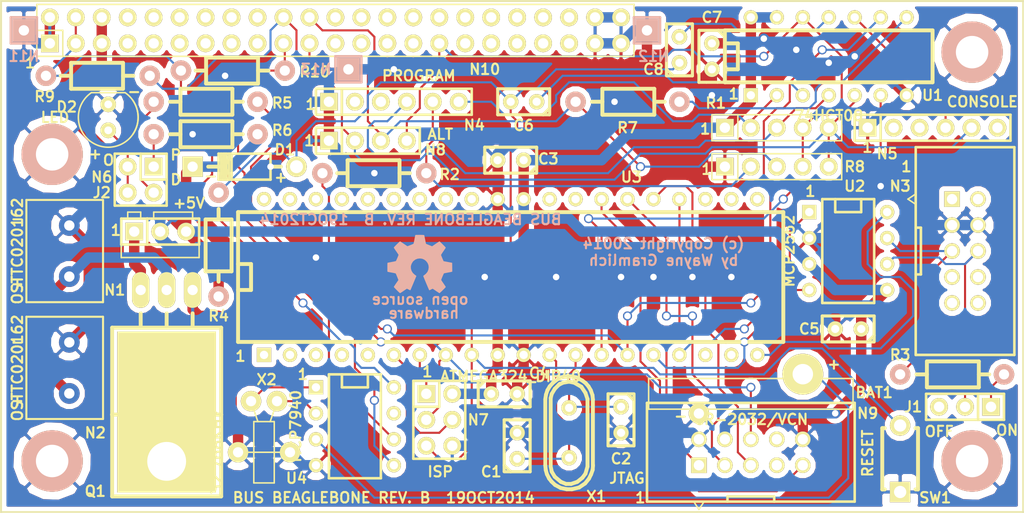
<source format=kicad_pcb>
(kicad_pcb (version 4) (host pcbnew "(2014-jul-16 BZR unknown)-product")
  (layers (0 F.Cu signal) (31 B.Cu signal) (34 B.Paste user) (35 F.Paste user) (36 B.SilkS user) (37 F.SilkS user) (38 B.Mask user) (39 F.Mask user) (44 Edge.Cuts user))
  (net 0 "")
  (net 1 /XTAL2)
  (net 2 GND)
  (net 3 /XTAL1)
  (net 4 /~RESET)
  (net 5 "Net-(D2-Pad+)")
  (net 6 "Net-(J1-Pad1)")
  (net 7 "Net-(J2-Pad1)")
  (net 8 "Net-(J2-Pad2)")
  (net 9 "Net-(N6-Pad1)")
  (net 10 /MISO)
  (net 11 /SCK)
  (net 12 /MOSI)
  (net 13 /TCK)
  (net 14 /TDO)
  (net 15 /TMS)
  (net 16 /TDI)
  (net 17 /TXD0)
  (net 18 /RXD1)
  (net 19 /TXD1)
  (net 20 /RXD0)
  (net 21 "Net-(N10-Pad21)")
  (net 22 "Net-(N10-Pad22)")
  (net 23 "Net-(N10-Pad31)")
  (net 24 /CANL)
  (net 25 /CANH)
  (net 26 /BAT+)
  (net 27 "Net-(C6-Pad1)")
  (net 28 "Net-(C8-Pad2)")
  (net 29 "Net-(N4-Pad6)")
  (net 30 "Net-(N4-Pad4)")
  (net 31 "Net-(N4-Pad5)")
  (net 32 "Net-(R7-Pad2)")
  (net 33 "Net-(U2-Pad8)")
  (net 34 +3.3V)
  (net 35 "Net-(N10-Pad19)")
  (net 36 "Net-(N10-Pad20)")
  (net 37 "Net-(N5-Pad4)")
  (net 38 "Net-(BAT1-Pad+)")
  (net 39 "Net-(U4-Pad1)")
  (net 40 "Net-(U4-Pad2)")
  (net 41 VCC)
  (module bus_beaglebone:Capacitor3MMDiscRM2.5 (layer F.Cu) (at 150.495 143.51 90)
    (fp_text reference C1 (at -2.54 -2.54 180) (layer F.SilkS) (effects (font (size 1.016 1.016) (thickness 0.2032))))
    (fp_text value 18pF hide)
    (pad 1 thru_hole circle (at -1.27 0 90) (size 1.50114 1.50114) (drill 0.8001) (layers *.Cu *.Mask F.SilkS) (net 1 /XTAL2))
    (pad 2 thru_hole circle (at 1.27 0 90) (size 1.50114 1.50114) (drill 0.8001) (layers *.Cu *.Mask F.SilkS) (net 2 GND))
  )
  (module bus_beaglebone:Capacitor3MMDiscRM2.5 (layer F.Cu) (at 160.655 140.97 270)
    (fp_text reference C2 (at 3.81 0 360) (layer F.SilkS) (effects (font (size 1.016 1.016) (thickness 0.2032))))
    (fp_text value 18pF hide)
    (pad 1 thru_hole circle (at -1.27 0 270) (size 1.50114 1.50114) (drill 0.8001) (layers *.Cu *.Mask F.SilkS) (net 3 /XTAL1))
    (pad 2 thru_hole circle (at 1.27 0 270) (size 1.50114 1.50114) (drill 0.8001) (layers *.Cu *.Mask F.SilkS) (net 2 GND))
  )
  (module bus_beaglebone:Capacitor3MMDiscRM2.5 (layer F.Cu) (at 149.86 115.57 180)
    (fp_text reference C3 (at -3.683 0.127 180) (layer F.SilkS) (effects (font (size 1.016 1.016) (thickness 0.2032))))
    (fp_text value .1uF hide)
    (pad 1 thru_hole circle (at -1.27 0 180) (size 1.50114 1.50114) (drill 0.8001) (layers *.Cu *.Mask F.SilkS) (net 41 VCC))
    (pad 2 thru_hole circle (at 1.27 0 180) (size 1.50114 1.50114) (drill 0.8001) (layers *.Cu *.Mask F.SilkS) (net 2 GND))
  )
  (module bus_beaglebone:Capacitor3MMDiscRM2.5 (layer F.Cu) (at 149.225 138.43)
    (fp_text reference C4 (at 3.429 -2.032) (layer F.SilkS) (effects (font (size 1.016 1.016) (thickness 0.2032))))
    (fp_text value .1uF hide)
    (pad 1 thru_hole circle (at -1.27 0) (size 1.50114 1.50114) (drill 0.8001) (layers *.Cu *.Mask F.SilkS) (net 41 VCC))
    (pad 2 thru_hole circle (at 1.27 0) (size 1.50114 1.50114) (drill 0.8001) (layers *.Cu *.Mask F.SilkS) (net 2 GND))
  )
  (module bus_beaglebone:Capacitor3MMDiscRM2.5 (layer F.Cu) (at 182.88 132.08 180)
    (fp_text reference C5 (at 3.81 0 180) (layer F.SilkS) (effects (font (size 1.016 1.016) (thickness 0.2032))))
    (fp_text value .1uF hide)
    (pad 1 thru_hole circle (at -1.27 0 180) (size 1.50114 1.50114) (drill 0.8001) (layers *.Cu *.Mask F.SilkS) (net 41 VCC))
    (pad 2 thru_hole circle (at 1.27 0 180) (size 1.50114 1.50114) (drill 0.8001) (layers *.Cu *.Mask F.SilkS) (net 2 GND))
  )
  (module bus_beaglebone:Capacitor3MMDiscRM2.5 (layer F.Cu) (at 151.13 109.855 180)
    (fp_text reference C6 (at 0 -2.32 180) (layer F.SilkS) (effects (font (size 1.016 1.016) (thickness 0.2032))))
    (fp_text value 1uF hide)
    (pad 1 thru_hole circle (at -1.27 0 180) (size 1.50114 1.50114) (drill 0.8001) (layers *.Cu *.Mask F.SilkS) (net 27 "Net-(C6-Pad1)"))
    (pad 2 thru_hole circle (at 1.27 0 180) (size 1.50114 1.50114) (drill 0.8001) (layers *.Cu *.Mask F.SilkS) (net 4 /~RESET))
  )
  (module bus_beaglebone:Capacitor3MMDiscRM2.5 (layer F.Cu) (at 169.545 105.41 270)
    (fp_text reference C7 (at -3.81 0 360) (layer F.SilkS) (effects (font (size 1.016 1.016) (thickness 0.2032))))
    (fp_text value .1uF hide)
    (pad 1 thru_hole circle (at -1.27 0 270) (size 1.50114 1.50114) (drill 0.8001) (layers *.Cu *.Mask F.SilkS) (net 41 VCC))
    (pad 2 thru_hole circle (at 1.27 0 270) (size 1.50114 1.50114) (drill 0.8001) (layers *.Cu *.Mask F.SilkS) (net 2 GND))
  )
  (module bus_beaglebone:Capacitor3MMDiscRM2.5 (layer F.Cu) (at 166.37 104.775 90)
    (fp_text reference C8 (at -1.905 -2.54 180) (layer F.SilkS) (effects (font (size 1.016 1.016) (thickness 0.2032))))
    (fp_text value 1uF hide)
    (pad 1 thru_hole circle (at -1.27 0 90) (size 1.50114 1.50114) (drill 0.8001) (layers *.Cu *.Mask F.SilkS) (net 4 /~RESET))
    (pad 2 thru_hole circle (at 1.27 0 90) (size 1.50114 1.50114) (drill 0.8001) (layers *.Cu *.Mask F.SilkS) (net 28 "Net-(C8-Pad2)"))
  )
  (module bus_beaglebone:Diode_DO-41_SOD81_Horizontal_RM10 (layer F.Cu) (at 123.825 116.205 180)
    (fp_text reference D1 (at -3.937 1.651 180) (layer F.SilkS) (effects (font (size 1.016 1.016) (thickness 0.2032))))
    (fp_text value SD101C-TR hide)
    (fp_text user - (at 3.302 -0.889 180) (layer F.SilkS) (effects (font (size 1.016 1.016) (thickness 0.2032))))
    (fp_text user + (at -3.556 -1.016 180) (layer F.SilkS) (effects (font (size 1.016 1.016) (thickness 0.2032))))
    (pad + thru_hole circle (at -5.08 0 180) (size 1.99898 1.99898) (drill 1.27) (layers *.Cu *.Mask F.SilkS) (net 4 /~RESET))
    (pad - thru_hole rect (at 5.08 0 180) (size 1.99898 1.99898) (drill 1.00076) (layers *.Cu *.Mask F.SilkS) (net 41 VCC))
  )
  (module bus_beaglebone:T1_LED (layer F.Cu) (at 110.49 111.379 180)
    (fp_text reference D2 (at 4.064 1.016 180) (layer F.SilkS) (effects (font (size 1.016 1.016) (thickness 0.2032))))
    (fp_text value LED (at 5.207 0 180) (layer F.SilkS) (effects (font (size 1.016 1.016) (thickness 0.2032))))
    (fp_text user - (at -2.54 2.54 180) (layer F.SilkS) (effects (font (size 1.016 1.016) (thickness 0.2032))))
    (fp_text user + (at 1.27 -3.556 180) (layer F.SilkS) (effects (font (size 1.016 1.016) (thickness 0.2032))))
    (pad + thru_hole circle (at 0 -1.27 180) (size 1.524 1.524) (drill 0.762) (layers *.Cu *.Mask F.SilkS) (net 5 "Net-(D2-Pad+)"))
    (pad - thru_hole circle (at 0 1.27 180) (size 1.524 1.524) (drill 0.762) (layers *.Cu *.Mask F.SilkS) (net 2 GND))
  )
  (module bus_beaglebone:MountingHole_3mm (layer F.Cu) (at 105 115)
    (fp_text reference H1 (at 0.235001 -0.35499) (layer F.SilkS) (effects (font (size 1.016 1.016) (thickness 0.2032))))
    (fp_text value 3MM_HOLE hide)
    (pad 1 thru_hole circle (at 0 0) (size 6 6) (drill 3.175) (layers *.Cu *.SilkS *.Mask) (net 2 GND))
  )
  (module bus_beaglebone:MountingHole_3mm (layer F.Cu) (at 195 105)
    (fp_text reference H2 (at 0.235001 -0.35499) (layer F.SilkS) (effects (font (size 1.016 1.016) (thickness 0.2032))))
    (fp_text value 3MM_HOLE hide)
    (pad 1 thru_hole circle (at 0 0) (size 6 6) (drill 3.175) (layers *.Cu *.SilkS *.Mask) (net 2 GND))
  )
  (module bus_beaglebone:MountingHole_3mm (layer F.Cu) (at 105 145)
    (fp_text reference H3 (at 0.235001 -0.35499) (layer F.SilkS) (effects (font (size 1.016 1.016) (thickness 0.2032))))
    (fp_text value 3MM_HOLE hide)
    (pad 1 thru_hole circle (at 0 0) (size 6 6) (drill 3.175) (layers *.Cu *.SilkS *.Mask) (net 2 GND))
  )
  (module bus_beaglebone:MountingHole_3mm (layer F.Cu) (at 195 145)
    (fp_text reference H4 (at 0.235001 -0.35499) (layer F.SilkS) (effects (font (size 1.016 1.016) (thickness 0.2032))))
    (fp_text value 3MM_HOLE hide)
    (pad 1 thru_hole circle (at 0 0) (size 6 6) (drill 3.175) (layers *.Cu *.SilkS *.Mask) (net 2 GND))
  )
  (module bus_beaglebone:Pin_Header_Straight_1x03 (layer F.Cu) (at 194.31 139.7 180)
    (fp_text reference J1 (at 5.08 0 180) (layer F.SilkS) (effects (font (size 1.016 1.016) (thickness 0.2032))))
    (fp_text value TERMINATE_JUMPER hide)
    (pad 1 thru_hole rect (at -2.54 0 180) (size 1.7272 1.7272) (drill 1.016) (layers *.Cu *.Mask F.SilkS) (net 6 "Net-(J1-Pad1)"))
    (pad 2 thru_hole circle (at 0 0 180) (size 1.7272 1.7272) (drill 1.016) (layers *.Cu *.Mask F.SilkS) (net 24 /CANL))
    (pad 3 thru_hole circle (at 2.54 0 180) (size 1.7272 1.7272) (drill 1.016) (layers *.Cu *.Mask F.SilkS))
  )
  (module bus_beaglebone:Pin_Header_Straight_2x02 (layer F.Cu) (at 113.665 117.475 180)
    (fp_text reference J2 (at 3.81 -1.27 180) (layer F.SilkS) (effects (font (size 1.016 1.016) (thickness 0.2032))))
    (fp_text value LED_JUMPER hide)
    (pad 1 thru_hole rect (at -1.27 1.27 180) (size 1.7272 1.7272) (drill 1.016) (layers *.Cu *.Mask F.SilkS) (net 7 "Net-(J2-Pad1)"))
    (pad 2 thru_hole oval (at -1.27 -1.27 180) (size 1.7272 1.7272) (drill 1.016) (layers *.Cu *.Mask F.SilkS) (net 8 "Net-(J2-Pad2)"))
    (pad 3 thru_hole oval (at 1.27 1.27 180) (size 1.7272 1.7272) (drill 1.016) (layers *.Cu *.Mask F.SilkS) (net 5 "Net-(D2-Pad+)"))
    (pad 4 thru_hole oval (at 1.27 -1.27 180) (size 1.7272 1.7272) (drill 1.016) (layers *.Cu *.Mask F.SilkS) (net 5 "Net-(D2-Pad+)"))
  )
  (module bus_beaglebone:5MM_TERMINAL_BLOCK_2_POS (layer F.Cu) (at 106.68 124.46 90)
    (fp_text reference N1 (at -3.81 4.445 180) (layer F.SilkS) (effects (font (size 1.016 1.016) (thickness 0.2032))))
    (fp_text value OSTTC020162 (at 0 -5.08 90) (layer F.SilkS) (effects (font (size 1.016 1.016) (thickness 0.2032))))
    (pad 1 thru_hole circle (at -2.5 0 90) (size 2.032 2.032) (drill 1.016) (layers *.Cu *.Mask) (net 26 /BAT+))
    (pad 2 thru_hole circle (at 2.5 0 90) (size 2.032 2.032) (drill 1.016) (layers *.Cu *.Mask) (net 2 GND))
  )
  (module bus_beaglebone:5MM_TERMINAL_BLOCK_2_POS (layer F.Cu) (at 106.68 135.89 90)
    (fp_text reference N2 (at -6.35 2.54 180) (layer F.SilkS) (effects (font (size 1.016 1.016) (thickness 0.2032))))
    (fp_text value OSTTC020162 (at 0 -5.08 90) (layer F.SilkS) (effects (font (size 1.016 1.016) (thickness 0.2032))))
    (pad 1 thru_hole circle (at -2.5 0 90) (size 2.032 2.032) (drill 1.016) (layers *.Cu *.Mask) (net 26 /BAT+))
    (pad 2 thru_hole circle (at 2.5 0 90) (size 2.032 2.032) (drill 1.016) (layers *.Cu *.Mask) (net 2 GND))
  )
  (module bus_beaglebone:Pin_Header_Straight_2x05_Shrouded (layer F.Cu) (at 194.31 124.46 270)
    (fp_text reference N3 (at -6.35 6.35 540) (layer F.SilkS) (effects (font (size 1.016 1.016) (thickness 0.2032))))
    (fp_text value BHR-10-HUA hide)
    (pad 1 thru_hole rect (at -5.08 1.27 270) (size 1.524 1.524) (drill 1.016) (layers *.Cu *.Mask F.SilkS))
    (pad 2 thru_hole circle (at -5.08 -1.27 270) (size 1.524 1.524) (drill 1.016) (layers *.Cu *.Mask F.SilkS))
    (pad 3 thru_hole circle (at -2.54 1.27 270) (size 1.524 1.524) (drill 1.016) (layers *.Cu *.Mask F.SilkS) (net 2 GND))
    (pad 4 thru_hole circle (at -2.54 -1.27 270) (size 1.524 1.524) (drill 1.016) (layers *.Cu *.Mask F.SilkS) (net 2 GND))
    (pad 5 thru_hole circle (at 0 1.27 270) (size 1.524 1.524) (drill 1.016) (layers *.Cu *.Mask F.SilkS) (net 25 /CANH))
    (pad 6 thru_hole circle (at 0 -1.27 270) (size 1.524 1.524) (drill 1.016) (layers *.Cu *.Mask F.SilkS) (net 24 /CANL))
    (pad 7 thru_hole circle (at 2.54 1.27 270) (size 1.524 1.524) (drill 1.016) (layers *.Cu *.Mask F.SilkS))
    (pad 8 thru_hole circle (at 2.54 -1.27 270) (size 1.524 1.524) (drill 1.016) (layers *.Cu *.Mask F.SilkS))
    (pad 9 thru_hole circle (at 5.08 1.27 270) (size 1.524 1.524) (drill 1.016) (layers *.Cu *.Mask F.SilkS))
    (pad 10 thru_hole circle (at 5.08 -1.27 270) (size 1.524 1.524) (drill 1.016) (layers *.Cu *.Mask F.SilkS))
  )
  (module bus_beaglebone:Pin_Header_Straight_1x06 (layer F.Cu) (at 138.43 109.855)
    (fp_text reference N4 (at 7.874 2.286) (layer F.SilkS) (effects (font (size 1.016 1.016) (thickness 0.2032))))
    (fp_text value FTDI_HEADER hide)
    (pad 1 thru_hole rect (at -6.35 0) (size 1.7272 1.7272) (drill 1.016) (layers *.Cu *.Mask F.SilkS) (net 2 GND))
    (pad 2 thru_hole circle (at -3.81 0) (size 1.7272 1.7272) (drill 1.016) (layers *.Cu *.Mask F.SilkS))
    (pad 3 thru_hole circle (at -1.27 0) (size 1.7272 1.7272) (drill 1.016) (layers *.Cu *.Mask F.SilkS))
    (pad 4 thru_hole circle (at 1.27 0) (size 1.7272 1.7272) (drill 1.016) (layers *.Cu *.Mask F.SilkS) (net 30 "Net-(N4-Pad4)"))
    (pad 5 thru_hole circle (at 3.81 0) (size 1.7272 1.7272) (drill 1.016) (layers *.Cu *.Mask F.SilkS) (net 31 "Net-(N4-Pad5)"))
    (pad 6 thru_hole circle (at 6.35 0) (size 1.7272 1.7272) (drill 1.016) (layers *.Cu *.Mask F.SilkS) (net 29 "Net-(N4-Pad6)"))
  )
  (module bus_beaglebone:Pin_Header_Straight_1x06 (layer F.Cu) (at 191.135 112.395)
    (fp_text reference N5 (at -4.445 2.54) (layer F.SilkS) (effects (font (size 1.016 1.016) (thickness 0.2032))))
    (fp_text value FTDI_HEADER hide)
    (pad 1 thru_hole rect (at -6.35 0) (size 1.7272 1.7272) (drill 1.016) (layers *.Cu *.Mask F.SilkS) (net 2 GND))
    (pad 2 thru_hole circle (at -3.81 0) (size 1.7272 1.7272) (drill 1.016) (layers *.Cu *.Mask F.SilkS))
    (pad 3 thru_hole circle (at -1.27 0) (size 1.7272 1.7272) (drill 1.016) (layers *.Cu *.Mask F.SilkS))
    (pad 4 thru_hole circle (at 1.27 0) (size 1.7272 1.7272) (drill 1.016) (layers *.Cu *.Mask F.SilkS) (net 37 "Net-(N5-Pad4)"))
    (pad 5 thru_hole circle (at 3.81 0) (size 1.7272 1.7272) (drill 1.016) (layers *.Cu *.Mask F.SilkS) (net 21 "Net-(N10-Pad21)"))
    (pad 6 thru_hole circle (at 6.35 0) (size 1.7272 1.7272) (drill 1.016) (layers *.Cu *.Mask F.SilkS))
  )
  (module bus_beaglebone:Pin_Header_Straight_2x03 (layer F.Cu) (at 142.875 140.97 270)
    (fp_text reference N7 (at 0 -3.81 360) (layer F.SilkS) (effects (font (size 1.016 1.016) (thickness 0.2032))))
    (fp_text value AVR_ISP_HEADER hide)
    (pad 1 thru_hole rect (at -2.54 1.27 270) (size 1.7272 1.7272) (drill 1.016) (layers *.Cu *.Mask F.SilkS) (net 10 /MISO))
    (pad 2 thru_hole oval (at -2.54 -1.27 270) (size 1.7272 1.7272) (drill 1.016) (layers *.Cu *.Mask F.SilkS) (net 41 VCC))
    (pad 3 thru_hole oval (at 0 1.27 270) (size 1.7272 1.7272) (drill 1.016) (layers *.Cu *.Mask F.SilkS) (net 11 /SCK))
    (pad 4 thru_hole oval (at 0 -1.27 270) (size 1.7272 1.7272) (drill 1.016) (layers *.Cu *.Mask F.SilkS) (net 12 /MOSI))
    (pad 5 thru_hole oval (at 2.54 1.27 270) (size 1.7272 1.7272) (drill 1.016) (layers *.Cu *.Mask F.SilkS) (net 4 /~RESET))
    (pad 6 thru_hole oval (at 2.54 -1.27 270) (size 1.7272 1.7272) (drill 1.016) (layers *.Cu *.Mask F.SilkS) (net 2 GND))
  )
  (module bus_beaglebone:Pin_Header_Straight_1x04 (layer F.Cu) (at 135.89 113.665)
    (fp_text reference N8 (at 6.604 0.889) (layer F.SilkS) (effects (font (size 1.016 1.016) (thickness 0.2032))))
    (fp_text value SERIAL_CONNECTOR hide)
    (pad 1 thru_hole rect (at -3.81 0) (size 1.7272 1.7272) (drill 1.016) (layers *.Cu *.Mask F.SilkS) (net 2 GND))
    (pad 2 thru_hole circle (at -1.27 0) (size 1.7272 1.7272) (drill 1.016) (layers *.Cu *.Mask F.SilkS) (net 21 "Net-(N10-Pad21)"))
    (pad 3 thru_hole circle (at 1.27 0) (size 1.7272 1.7272) (drill 1.016) (layers *.Cu *.Mask F.SilkS) (net 22 "Net-(N10-Pad22)"))
    (pad 4 thru_hole circle (at 3.81 0) (size 1.7272 1.7272) (drill 1.016) (layers *.Cu *.Mask F.SilkS) (net 23 "Net-(N10-Pad31)"))
  )
  (module bus_beaglebone:Pin_Header_Straight_2x05_Shrouded (layer F.Cu) (at 173.355 144.145)
    (fp_text reference N9 (at 11.43 -3.81 180) (layer F.SilkS) (effects (font (size 1.016 1.016) (thickness 0.2032))))
    (fp_text value BHR-10-HUA hide)
    (pad 1 thru_hole rect (at -5.08 1.27) (size 1.524 1.524) (drill 1.016) (layers *.Cu *.Mask F.SilkS) (net 13 /TCK))
    (pad 2 thru_hole circle (at -5.08 -1.27) (size 1.524 1.524) (drill 1.016) (layers *.Cu *.Mask F.SilkS) (net 2 GND))
    (pad 3 thru_hole circle (at -2.54 1.27) (size 1.524 1.524) (drill 1.016) (layers *.Cu *.Mask F.SilkS) (net 14 /TDO))
    (pad 4 thru_hole circle (at -2.54 -1.27) (size 1.524 1.524) (drill 1.016) (layers *.Cu *.Mask F.SilkS) (net 41 VCC))
    (pad 5 thru_hole circle (at 0 1.27) (size 1.524 1.524) (drill 1.016) (layers *.Cu *.Mask F.SilkS) (net 15 /TMS))
    (pad 6 thru_hole circle (at 0 -1.27) (size 1.524 1.524) (drill 1.016) (layers *.Cu *.Mask F.SilkS) (net 11 /SCK))
    (pad 7 thru_hole circle (at 2.54 1.27) (size 1.524 1.524) (drill 1.016) (layers *.Cu *.Mask F.SilkS))
    (pad 8 thru_hole circle (at 2.54 -1.27) (size 1.524 1.524) (drill 1.016) (layers *.Cu *.Mask F.SilkS))
    (pad 9 thru_hole circle (at 5.08 1.27) (size 1.524 1.524) (drill 1.016) (layers *.Cu *.Mask F.SilkS) (net 16 /TDI))
    (pad 10 thru_hole circle (at 5.08 -1.27) (size 1.524 1.524) (drill 1.016) (layers *.Cu *.Mask F.SilkS) (net 2 GND))
  )
  (module bus_beaglebone:Pin_Header_Straight_2x23 (layer F.Cu) (at 132.715 102.87)
    (fp_text reference N10 (at 14.605 3.81) (layer F.SilkS) (effects (font (size 1.016 1.016) (thickness 0.2032))))
    (fp_text value BBB_P9_HEADER hide)
    (pad 1 thru_hole rect (at -27.94 1.27) (size 1.7272 1.7272) (drill 1.016) (layers *.Cu *.Mask F.SilkS) (net 2 GND))
    (pad 2 thru_hole oval (at -27.94 -1.27) (size 1.7272 1.7272) (drill 1.016) (layers *.Cu *.Mask F.SilkS) (net 2 GND))
    (pad 3 thru_hole oval (at -25.4 1.27) (size 1.7272 1.7272) (drill 1.016) (layers *.Cu *.Mask F.SilkS) (net 34 +3.3V))
    (pad 4 thru_hole oval (at -25.4 -1.27) (size 1.7272 1.7272) (drill 1.016) (layers *.Cu *.Mask F.SilkS) (net 34 +3.3V))
    (pad 5 thru_hole oval (at -22.86 1.27) (size 1.7272 1.7272) (drill 1.016) (layers *.Cu *.Mask F.SilkS) (net 41 VCC))
    (pad 6 thru_hole oval (at -22.86 -1.27) (size 1.7272 1.7272) (drill 1.016) (layers *.Cu *.Mask F.SilkS) (net 41 VCC))
    (pad 7 thru_hole oval (at -20.32 1.27) (size 1.7272 1.7272) (drill 1.016) (layers *.Cu *.Mask F.SilkS))
    (pad 8 thru_hole oval (at -20.32 -1.27) (size 1.7272 1.7272) (drill 1.016) (layers *.Cu *.Mask F.SilkS))
    (pad 9 thru_hole oval (at -17.78 1.27) (size 1.7272 1.7272) (drill 1.016) (layers *.Cu *.Mask F.SilkS))
    (pad 10 thru_hole oval (at -17.78 -1.27) (size 1.7272 1.7272) (drill 1.016) (layers *.Cu *.Mask F.SilkS))
    (pad 11 thru_hole oval (at -15.24 1.27) (size 1.7272 1.7272) (drill 1.016) (layers *.Cu *.Mask F.SilkS))
    (pad 12 thru_hole oval (at -15.24 -1.27) (size 1.7272 1.7272) (drill 1.016) (layers *.Cu *.Mask F.SilkS))
    (pad 13 thru_hole oval (at -12.7 1.27) (size 1.7272 1.7272) (drill 1.016) (layers *.Cu *.Mask F.SilkS))
    (pad 14 thru_hole oval (at -12.7 -1.27) (size 1.7272 1.7272) (drill 1.016) (layers *.Cu *.Mask F.SilkS))
    (pad 15 thru_hole oval (at -10.16 1.27) (size 1.7272 1.7272) (drill 1.016) (layers *.Cu *.Mask F.SilkS))
    (pad 16 thru_hole oval (at -10.16 -1.27) (size 1.7272 1.7272) (drill 1.016) (layers *.Cu *.Mask F.SilkS))
    (pad 17 thru_hole oval (at -7.62 1.27) (size 1.7272 1.7272) (drill 1.016) (layers *.Cu *.Mask F.SilkS))
    (pad 18 thru_hole oval (at -7.62 -1.27) (size 1.7272 1.7272) (drill 1.016) (layers *.Cu *.Mask F.SilkS))
    (pad 19 thru_hole oval (at -5.08 1.27) (size 1.7272 1.7272) (drill 1.016) (layers *.Cu *.Mask F.SilkS) (net 35 "Net-(N10-Pad19)"))
    (pad 20 thru_hole oval (at -5.08 -1.27) (size 1.7272 1.7272) (drill 1.016) (layers *.Cu *.Mask F.SilkS) (net 36 "Net-(N10-Pad20)"))
    (pad 21 thru_hole oval (at -2.54 1.27) (size 1.7272 1.7272) (drill 1.016) (layers *.Cu *.Mask F.SilkS) (net 21 "Net-(N10-Pad21)"))
    (pad 22 thru_hole oval (at -2.54 -1.27) (size 1.7272 1.7272) (drill 1.016) (layers *.Cu *.Mask F.SilkS) (net 22 "Net-(N10-Pad22)"))
    (pad 23 thru_hole oval (at 0 1.27) (size 1.7272 1.7272) (drill 1.016) (layers *.Cu *.Mask F.SilkS))
    (pad 24 thru_hole oval (at 0 -1.27) (size 1.7272 1.7272) (drill 1.016) (layers *.Cu *.Mask F.SilkS))
    (pad 25 thru_hole oval (at 2.54 1.27) (size 1.7272 1.7272) (drill 1.016) (layers *.Cu *.Mask F.SilkS))
    (pad 26 thru_hole oval (at 2.54 -1.27) (size 1.7272 1.7272) (drill 1.016) (layers *.Cu *.Mask F.SilkS))
    (pad 27 thru_hole oval (at 5.08 1.27) (size 1.7272 1.7272) (drill 1.016) (layers *.Cu *.Mask F.SilkS))
    (pad 28 thru_hole oval (at 5.08 -1.27) (size 1.7272 1.7272) (drill 1.016) (layers *.Cu *.Mask F.SilkS))
    (pad 29 thru_hole oval (at 7.62 1.27) (size 1.7272 1.7272) (drill 1.016) (layers *.Cu *.Mask F.SilkS))
    (pad 30 thru_hole oval (at 7.62 -1.27) (size 1.7272 1.7272) (drill 1.016) (layers *.Cu *.Mask F.SilkS))
    (pad 31 thru_hole oval (at 10.16 1.27) (size 1.7272 1.7272) (drill 1.016) (layers *.Cu *.Mask F.SilkS) (net 23 "Net-(N10-Pad31)"))
    (pad 32 thru_hole oval (at 10.16 -1.27) (size 1.7272 1.7272) (drill 1.016) (layers *.Cu *.Mask F.SilkS))
    (pad 33 thru_hole oval (at 12.7 1.27) (size 1.7272 1.7272) (drill 1.016) (layers *.Cu *.Mask F.SilkS))
    (pad 34 thru_hole oval (at 12.7 -1.27) (size 1.7272 1.7272) (drill 1.016) (layers *.Cu *.Mask F.SilkS))
    (pad 35 thru_hole oval (at 15.24 1.27) (size 1.7272 1.7272) (drill 1.016) (layers *.Cu *.Mask F.SilkS))
    (pad 36 thru_hole oval (at 15.24 -1.27) (size 1.7272 1.7272) (drill 1.016) (layers *.Cu *.Mask F.SilkS))
    (pad 37 thru_hole oval (at 17.78 1.27) (size 1.7272 1.7272) (drill 1.016) (layers *.Cu *.Mask F.SilkS))
    (pad 38 thru_hole oval (at 17.78 -1.27) (size 1.7272 1.7272) (drill 1.016) (layers *.Cu *.Mask F.SilkS))
    (pad 39 thru_hole oval (at 20.32 1.27) (size 1.7272 1.7272) (drill 1.016) (layers *.Cu *.Mask F.SilkS))
    (pad 40 thru_hole oval (at 20.32 -1.27) (size 1.7272 1.7272) (drill 1.016) (layers *.Cu *.Mask F.SilkS))
    (pad 41 thru_hole oval (at 22.86 1.27) (size 1.7272 1.7272) (drill 1.016) (layers *.Cu *.Mask F.SilkS))
    (pad 42 thru_hole oval (at 22.86 -1.27) (size 1.7272 1.7272) (drill 1.016) (layers *.Cu *.Mask F.SilkS))
    (pad 43 thru_hole oval (at 25.4 1.27) (size 1.7272 1.7272) (drill 1.016) (layers *.Cu *.Mask F.SilkS) (net 2 GND))
    (pad 44 thru_hole oval (at 25.4 -1.27) (size 1.7272 1.7272) (drill 1.016) (layers *.Cu *.Mask F.SilkS) (net 2 GND))
    (pad 45 thru_hole oval (at 27.94 1.27) (size 1.7272 1.7272) (drill 1.016) (layers *.Cu *.Mask F.SilkS) (net 2 GND))
    (pad 46 thru_hole oval (at 27.94 -1.27) (size 1.7272 1.7272) (drill 1.016) (layers *.Cu *.Mask F.SilkS) (net 2 GND))
  )
  (module bus_beaglebone:TO-220_FET-GDS_Horizontal_LargePads (layer F.Cu) (at 116.205 128.27 180)
    (fp_text reference Q1 (at 6.985 -19.685 180) (layer F.SilkS) (effects (font (size 1.016 1.016) (thickness 0.2032))))
    (fp_text value FQP47P06 hide)
    (fp_text user G (at -2.54 -5.08 180) (layer F.SilkS) (effects (font (size 1.00076 1.00076) (thickness 0.25146))))
    (fp_text user S (at 2.54 -5.08 180) (layer F.SilkS) (effects (font (size 1.00076 1.00076) (thickness 0.25146))))
    (fp_text user D (at 0 -5.08 180) (layer F.SilkS) (effects (font (size 1.00076 1.00076) (thickness 0.25146))))
    (pad D thru_hole oval (at 0 0 270) (size 3.50012 1.69926) (drill 1.00076) (layers *.Cu *.Mask F.SilkS) (net 26 /BAT+))
    (pad G thru_hole oval (at -2.54 0 270) (size 3.50012 1.69926) (drill 1.00076) (layers *.Cu *.Mask F.SilkS) (net 2 GND))
    (pad S thru_hole oval (at 2.54 0 270) (size 3.50012 1.69926) (drill 1.00076) (layers *.Cu *.Mask F.SilkS) (net 9 "Net-(N6-Pad1)"))
    (pad "" thru_hole rect (at 0 -16.764 270) (size 15.748 9.652) (drill 3.79984 (offset -4.826 0)) (layers *.Cu F.SilkS F.Mask))
  )
  (module bus_beaglebone:Resistor_Horizontal__400 (layer F.Cu) (at 193.04 136.525)
    (fp_text reference R3 (at -5.08 -1.905) (layer F.SilkS) (effects (font (size 1.016 1.016) (thickness 0.2032))))
    (fp_text value "120 1%" hide)
    (pad 1 thru_hole circle (at -5.08 0) (size 1.99898 1.99898) (drill 1.00076) (layers *.Cu *.SilkS *.Mask) (net 25 /CANH))
    (pad 2 thru_hole circle (at 5.08 0) (size 1.99898 1.99898) (drill 1.00076) (layers *.Cu *.SilkS *.Mask) (net 6 "Net-(J1-Pad1)"))
  )
  (module bus_beaglebone:Resistor_Horizontal__400 (layer F.Cu) (at 121.285 123.825 270)
    (fp_text reference R4 (at 6.985 0 360) (layer F.SilkS) (effects (font (size 1.016 1.016) (thickness 0.2032))))
    (fp_text value 10K hide)
    (pad 1 thru_hole circle (at -5.08 0 270) (size 1.99898 1.99898) (drill 1.00076) (layers *.Cu *.SilkS *.Mask) (net 4 /~RESET))
    (pad 2 thru_hole circle (at 5.08 0 270) (size 1.99898 1.99898) (drill 1.00076) (layers *.Cu *.SilkS *.Mask) (net 41 VCC))
  )
  (module bus_beaglebone:Resistor_Horizontal__400 (layer F.Cu) (at 120.015 109.855)
    (fp_text reference R5 (at 7.493 0.127) (layer F.SilkS) (effects (font (size 1.016 1.016) (thickness 0.2032))))
    (fp_text value 470 hide)
    (pad 1 thru_hole circle (at -5.08 0) (size 1.99898 1.99898) (drill 1.00076) (layers *.Cu *.SilkS *.Mask) (net 8 "Net-(J2-Pad2)"))
    (pad 2 thru_hole circle (at 5.08 0) (size 1.99898 1.99898) (drill 1.00076) (layers *.Cu *.SilkS *.Mask) (net 11 /SCK))
  )
  (module bus_beaglebone:Resistor_Horizontal__400 (layer F.Cu) (at 120.015 113.03)
    (fp_text reference R6 (at 7.493 -0.381) (layer F.SilkS) (effects (font (size 1.016 1.016) (thickness 0.2032))))
    (fp_text value 470 hide)
    (pad 1 thru_hole circle (at -5.08 0) (size 1.99898 1.99898) (drill 1.00076) (layers *.Cu *.SilkS *.Mask) (net 7 "Net-(J2-Pad1)"))
    (pad 2 thru_hole circle (at 5.08 0) (size 1.99898 1.99898) (drill 1.00076) (layers *.Cu *.SilkS *.Mask) (net 41 VCC))
  )
  (module bus_beaglebone:Button_6.5MM (layer F.Cu) (at 187.96 144.78 90)
    (fp_text reference SW1 (at -3.81 3.429 360) (layer F.SilkS) (effects (font (size 1.016 1.016) (thickness 0.2032))))
    (fp_text value MJTP1243 hide)
    (pad 1 thru_hole rect (at -3.2512 0 90) (size 1.99898 1.99898) (drill 1.19888) (layers *.Cu *.Mask F.SilkS) (net 2 GND))
    (pad 2 thru_hole circle (at 3.2512 0 90) (size 1.99898 1.99898) (drill 1.19888) (layers *.Cu *.Mask F.SilkS) (net 4 /~RESET))
  )
  (module bus_beaglebone:DIP-14__300 (layer F.Cu) (at 180.975 105.41)
    (fp_text reference U1 (at 10.16 3.81) (layer F.SilkS) (effects (font (size 1.016 1.016) (thickness 0.2032))))
    (fp_text value 74HCT08 (at 0 5.8) (layer F.SilkS) (effects (font (size 1.016 1.016) (thickness 0.2032))))
    (pad 1 thru_hole rect (at -7.62 3.81) (size 1.397 1.397) (drill 0.8128) (layers *.Cu *.Mask F.SilkS) (net 41 VCC))
    (pad 2 thru_hole circle (at -5.08 3.81) (size 1.397 1.397) (drill 0.8128) (layers *.Cu *.Mask F.SilkS) (net 29 "Net-(N4-Pad6)"))
    (pad 3 thru_hole circle (at -2.54 3.81) (size 1.397 1.397) (drill 0.8128) (layers *.Cu *.Mask F.SilkS) (net 27 "Net-(C6-Pad1)"))
    (pad 4 thru_hole circle (at 0 3.81) (size 1.397 1.397) (drill 0.8128) (layers *.Cu *.Mask F.SilkS) (net 30 "Net-(N4-Pad4)"))
    (pad 5 thru_hole circle (at 2.54 3.81) (size 1.397 1.397) (drill 0.8128) (layers *.Cu *.Mask F.SilkS) (net 21 "Net-(N10-Pad21)"))
    (pad 6 thru_hole circle (at 5.08 3.81) (size 1.397 1.397) (drill 0.8128) (layers *.Cu *.Mask F.SilkS) (net 20 /RXD0))
    (pad 7 thru_hole circle (at 7.62 3.81) (size 1.397 1.397) (drill 0.8128) (layers *.Cu *.Mask F.SilkS) (net 2 GND))
    (pad 8 thru_hole circle (at 7.62 -3.81) (size 1.397 1.397) (drill 0.8128) (layers *.Cu *.Mask F.SilkS) (net 32 "Net-(R7-Pad2)"))
    (pad 9 thru_hole circle (at 5.08 -3.81) (size 1.397 1.397) (drill 0.8128) (layers *.Cu *.Mask F.SilkS) (net 17 /TXD0))
    (pad 10 thru_hole circle (at 2.54 -3.81) (size 1.397 1.397) (drill 0.8128) (layers *.Cu *.Mask F.SilkS) (net 37 "Net-(N5-Pad4)"))
    (pad 11 thru_hole circle (at 0 -3.81) (size 1.397 1.397) (drill 0.8128) (layers *.Cu *.Mask F.SilkS) (net 28 "Net-(C8-Pad2)"))
    (pad 12 thru_hole circle (at -2.54 -3.81) (size 1.397 1.397) (drill 0.8128) (layers *.Cu *.Mask F.SilkS) (net 23 "Net-(N10-Pad31)"))
    (pad 13 thru_hole circle (at -5.08 -3.81) (size 1.397 1.397) (drill 0.8128) (layers *.Cu *.Mask F.SilkS) (net 41 VCC))
    (pad 14 thru_hole circle (at -7.62 -3.81) (size 1.397 1.397) (drill 0.8128) (layers *.Cu *.Mask F.SilkS) (net 41 VCC))
  )
  (module bus_beaglebone:DIP-8__300 (layer F.Cu) (at 182.88 124.46 270)
    (fp_text reference U2 (at -6.35 -0.635 540) (layer F.SilkS) (effects (font (size 1.016 1.016) (thickness 0.2032))))
    (fp_text value MCP2562 (at 0 5.79 270) (layer F.SilkS) (effects (font (size 1.016 1.016) (thickness 0.2032))))
    (pad 1 thru_hole rect (at -3.81 3.81 270) (size 1.397 1.397) (drill 0.8128) (layers *.Cu *.Mask F.SilkS) (net 19 /TXD1))
    (pad 2 thru_hole circle (at -1.27 3.81 270) (size 1.397 1.397) (drill 0.8128) (layers *.Cu *.Mask F.SilkS) (net 2 GND))
    (pad 3 thru_hole circle (at 1.27 3.81 270) (size 1.397 1.397) (drill 0.8128) (layers *.Cu *.Mask F.SilkS) (net 41 VCC))
    (pad 4 thru_hole circle (at 3.81 3.81 270) (size 1.397 1.397) (drill 0.8128) (layers *.Cu *.Mask F.SilkS) (net 18 /RXD1))
    (pad 5 thru_hole circle (at 3.81 -3.81 270) (size 1.397 1.397) (drill 0.8128) (layers *.Cu *.Mask F.SilkS) (net 41 VCC))
    (pad 6 thru_hole circle (at 1.27 -3.81 270) (size 1.397 1.397) (drill 0.8128) (layers *.Cu *.Mask F.SilkS) (net 24 /CANL))
    (pad 7 thru_hole circle (at -1.27 -3.81 270) (size 1.397 1.397) (drill 0.8128) (layers *.Cu *.Mask F.SilkS) (net 25 /CANH))
    (pad 8 thru_hole circle (at -3.81 -3.81 270) (size 1.397 1.397) (drill 0.8128) (layers *.Cu *.Mask F.SilkS) (net 33 "Net-(U2-Pad8)"))
  )
  (module bus_beaglebone:DIP-40__600 (layer F.Cu) (at 149.86 127)
    (fp_text reference U3 (at 11.811 -9.779) (layer F.SilkS) (effects (font (size 1.016 1.016) (thickness 0.2032))))
    (fp_text value ATMEGA324_DIP40 (at 0 9.73) (layer F.SilkS) (effects (font (size 1.016 1.016) (thickness 0.2032))))
    (pad 1 thru_hole rect (at -24.13 7.62) (size 1.397 1.397) (drill 0.8128) (layers *.Cu *.Mask F.SilkS))
    (pad 2 thru_hole circle (at -21.59 7.62) (size 1.397 1.397) (drill 0.8128) (layers *.Cu *.Mask F.SilkS))
    (pad 3 thru_hole circle (at -19.05 7.62) (size 1.397 1.397) (drill 0.8128) (layers *.Cu *.Mask F.SilkS))
    (pad 4 thru_hole circle (at -16.51 7.62) (size 1.397 1.397) (drill 0.8128) (layers *.Cu *.Mask F.SilkS))
    (pad 5 thru_hole circle (at -13.97 7.62) (size 1.397 1.397) (drill 0.8128) (layers *.Cu *.Mask F.SilkS))
    (pad 6 thru_hole circle (at -11.43 7.62) (size 1.397 1.397) (drill 0.8128) (layers *.Cu *.Mask F.SilkS) (net 12 /MOSI))
    (pad 7 thru_hole circle (at -8.89 7.62) (size 1.397 1.397) (drill 0.8128) (layers *.Cu *.Mask F.SilkS) (net 10 /MISO))
    (pad 8 thru_hole circle (at -6.35 7.62) (size 1.397 1.397) (drill 0.8128) (layers *.Cu *.Mask F.SilkS) (net 11 /SCK))
    (pad 9 thru_hole circle (at -3.81 7.62) (size 1.397 1.397) (drill 0.8128) (layers *.Cu *.Mask F.SilkS) (net 4 /~RESET))
    (pad 10 thru_hole circle (at -1.27 7.62) (size 1.397 1.397) (drill 0.8128) (layers *.Cu *.Mask F.SilkS) (net 41 VCC))
    (pad 11 thru_hole circle (at 1.27 7.62) (size 1.397 1.397) (drill 0.8128) (layers *.Cu *.Mask F.SilkS) (net 2 GND))
    (pad 12 thru_hole circle (at 3.81 7.62) (size 1.397 1.397) (drill 0.8128) (layers *.Cu *.Mask F.SilkS) (net 1 /XTAL2))
    (pad 13 thru_hole circle (at 6.35 7.62) (size 1.397 1.397) (drill 0.8128) (layers *.Cu *.Mask F.SilkS) (net 3 /XTAL1))
    (pad 14 thru_hole circle (at 8.89 7.62) (size 1.397 1.397) (drill 0.8128) (layers *.Cu *.Mask F.SilkS) (net 20 /RXD0))
    (pad 15 thru_hole circle (at 11.43 7.62) (size 1.397 1.397) (drill 0.8128) (layers *.Cu *.Mask F.SilkS) (net 17 /TXD0))
    (pad 16 thru_hole circle (at 13.97 7.62) (size 1.397 1.397) (drill 0.8128) (layers *.Cu *.Mask F.SilkS) (net 18 /RXD1))
    (pad 17 thru_hole circle (at 16.51 7.62) (size 1.397 1.397) (drill 0.8128) (layers *.Cu *.Mask F.SilkS) (net 19 /TXD1))
    (pad 18 thru_hole circle (at 19.05 7.62) (size 1.397 1.397) (drill 0.8128) (layers *.Cu *.Mask F.SilkS))
    (pad 19 thru_hole circle (at 21.59 7.62) (size 1.397 1.397) (drill 0.8128) (layers *.Cu *.Mask F.SilkS))
    (pad 20 thru_hole circle (at 24.13 7.62) (size 1.397 1.397) (drill 0.8128) (layers *.Cu *.Mask F.SilkS) (net 33 "Net-(U2-Pad8)"))
    (pad 21 thru_hole circle (at 24.13 -7.62) (size 1.397 1.397) (drill 0.8128) (layers *.Cu *.Mask F.SilkS))
    (pad 22 thru_hole circle (at 21.59 -7.62) (size 1.397 1.397) (drill 0.8128) (layers *.Cu *.Mask F.SilkS))
    (pad 23 thru_hole circle (at 19.05 -7.62) (size 1.397 1.397) (drill 0.8128) (layers *.Cu *.Mask F.SilkS))
    (pad 24 thru_hole circle (at 16.51 -7.62) (size 1.397 1.397) (drill 0.8128) (layers *.Cu *.Mask F.SilkS) (net 13 /TCK))
    (pad 25 thru_hole circle (at 13.97 -7.62) (size 1.397 1.397) (drill 0.8128) (layers *.Cu *.Mask F.SilkS) (net 15 /TMS))
    (pad 26 thru_hole circle (at 11.43 -7.62) (size 1.397 1.397) (drill 0.8128) (layers *.Cu *.Mask F.SilkS) (net 14 /TDO))
    (pad 27 thru_hole circle (at 8.89 -7.62) (size 1.397 1.397) (drill 0.8128) (layers *.Cu *.Mask F.SilkS) (net 16 /TDI))
    (pad 28 thru_hole circle (at 6.35 -7.62) (size 1.397 1.397) (drill 0.8128) (layers *.Cu *.Mask F.SilkS))
    (pad 29 thru_hole circle (at 3.81 -7.62) (size 1.397 1.397) (drill 0.8128) (layers *.Cu *.Mask F.SilkS))
    (pad 30 thru_hole circle (at 1.27 -7.62) (size 1.397 1.397) (drill 0.8128) (layers *.Cu *.Mask F.SilkS) (net 41 VCC))
    (pad 31 thru_hole circle (at -1.27 -7.62) (size 1.397 1.397) (drill 0.8128) (layers *.Cu *.Mask F.SilkS) (net 2 GND))
    (pad 32 thru_hole circle (at -3.81 -7.62) (size 1.397 1.397) (drill 0.8128) (layers *.Cu *.Mask F.SilkS))
    (pad 33 thru_hole circle (at -6.35 -7.62) (size 1.397 1.397) (drill 0.8128) (layers *.Cu *.Mask F.SilkS))
    (pad 34 thru_hole circle (at -8.89 -7.62) (size 1.397 1.397) (drill 0.8128) (layers *.Cu *.Mask F.SilkS))
    (pad 35 thru_hole circle (at -11.43 -7.62) (size 1.397 1.397) (drill 0.8128) (layers *.Cu *.Mask F.SilkS))
    (pad 36 thru_hole circle (at -13.97 -7.62) (size 1.397 1.397) (drill 0.8128) (layers *.Cu *.Mask F.SilkS))
    (pad 37 thru_hole circle (at -16.51 -7.62) (size 1.397 1.397) (drill 0.8128) (layers *.Cu *.Mask F.SilkS))
    (pad 38 thru_hole circle (at -19.05 -7.62) (size 1.397 1.397) (drill 0.8128) (layers *.Cu *.Mask F.SilkS))
    (pad 39 thru_hole circle (at -21.59 -7.62) (size 1.397 1.397) (drill 0.8128) (layers *.Cu *.Mask F.SilkS))
    (pad 40 thru_hole circle (at -24.13 -7.62) (size 1.397 1.397) (drill 0.8128) (layers *.Cu *.Mask F.SilkS))
  )
  (module bus_beaglebone:Crystal_HC49-U_Vertical (layer F.Cu) (at 155.575 142.24 90)
    (fp_text reference X1 (at -6.223 2.667 180) (layer F.SilkS) (effects (font (size 1.016 1.016) (thickness 0.2032))))
    (fp_text value 16MHz hide)
    (pad 1 thru_hole circle (at -2.44094 0 90) (size 1.50114 1.50114) (drill 0.8001) (layers *.Cu *.Mask F.SilkS) (net 1 /XTAL2))
    (pad 2 thru_hole circle (at 2.44094 0 90) (size 1.50114 1.50114) (drill 0.8001) (layers *.Cu *.Mask F.SilkS) (net 3 /XTAL1))
  )
  (module bus_beaglebone:Pin_Header_Straight_1x05 (layer F.Cu) (at 175.895 112.395)
    (fp_text reference R1 (at -5.969 -2.413) (layer F.SilkS) (effects (font (size 1.016 1.016) (thickness 0.2032))))
    (fp_text value 22K_SIP5 hide)
    (pad 1 thru_hole rect (at -5.08 0) (size 1.7272 1.7272) (drill 1.016) (layers *.Cu *.Mask F.SilkS) (net 41 VCC))
    (pad 2 thru_hole circle (at -2.54 0) (size 1.7272 1.7272) (drill 1.016) (layers *.Cu *.Mask F.SilkS) (net 29 "Net-(N4-Pad6)"))
    (pad 3 thru_hole circle (at 0 0) (size 1.7272 1.7272) (drill 1.016) (layers *.Cu *.Mask F.SilkS) (net 30 "Net-(N4-Pad4)"))
    (pad 4 thru_hole circle (at 2.54 0) (size 1.7272 1.7272) (drill 1.016) (layers *.Cu *.Mask F.SilkS) (net 23 "Net-(N10-Pad31)"))
    (pad 5 thru_hole circle (at 5.08 0) (size 1.7272 1.7272) (drill 1.016) (layers *.Cu *.Mask F.SilkS) (net 21 "Net-(N10-Pad21)"))
  )
  (module bus_beaglebone:Resistor_Horizontal__400 (layer F.Cu) (at 136.525 116.84 180)
    (fp_text reference R2 (at -7.366 -0.127 180) (layer F.SilkS) (effects (font (size 1.016 1.016) (thickness 0.2032))))
    (fp_text value 22K hide)
    (pad 1 thru_hole circle (at -5.08 0 180) (size 1.99898 1.99898) (drill 1.00076) (layers *.Cu *.SilkS *.Mask) (net 31 "Net-(N4-Pad5)"))
    (pad 2 thru_hole circle (at 5.08 0 180) (size 1.99898 1.99898) (drill 1.00076) (layers *.Cu *.SilkS *.Mask) (net 17 /TXD0))
  )
  (module bus_beaglebone:Resistor_Horizontal__400 (layer F.Cu) (at 161.29 109.855)
    (fp_text reference R7 (at 0 2.54) (layer F.SilkS) (effects (font (size 1.016 1.016) (thickness 0.2032))))
    (fp_text value 22K hide)
    (pad 1 thru_hole circle (at -5.08 0) (size 1.99898 1.99898) (drill 1.00076) (layers *.Cu *.SilkS *.Mask) (net 22 "Net-(N10-Pad22)"))
    (pad 2 thru_hole circle (at 5.08 0) (size 1.99898 1.99898) (drill 1.00076) (layers *.Cu *.SilkS *.Mask) (net 32 "Net-(R7-Pad2)"))
  )
  (module bus_beaglebone:Pin_Header_Straight_1x05 (layer F.Cu) (at 175.895 116.205)
    (fp_text reference R8 (at 7.62 0) (layer F.SilkS) (effects (font (size 1.016 1.016) (thickness 0.2032))))
    (fp_text value 33K_SIP5 hide)
    (pad 1 thru_hole rect (at -5.08 0) (size 1.7272 1.7272) (drill 1.016) (layers *.Cu *.Mask F.SilkS) (net 2 GND))
    (pad 2 thru_hole circle (at -2.54 0) (size 1.7272 1.7272) (drill 1.016) (layers *.Cu *.Mask F.SilkS) (net 31 "Net-(N4-Pad5)"))
    (pad 3 thru_hole circle (at 0 0) (size 1.7272 1.7272) (drill 1.016) (layers *.Cu *.Mask F.SilkS) (net 22 "Net-(N10-Pad22)"))
    (pad 4 thru_hole circle (at 2.54 0) (size 1.7272 1.7272) (drill 1.016) (layers *.Cu *.Mask F.SilkS) (net 23 "Net-(N10-Pad31)"))
    (pad 5 thru_hole circle (at 5.08 0) (size 1.7272 1.7272) (drill 1.016) (layers *.Cu *.Mask F.SilkS) (net 21 "Net-(N10-Pad21)"))
  )
  (module bus_beaglebone:OKI_DC_TO_DC_CONNECTOR (layer F.Cu) (at 115.57 122.555)
    (fp_text reference N6 (at -5.715 -5.334) (layer F.SilkS) (effects (font (size 1.016 1.016) (thickness 0.2032))))
    (fp_text value OKI-78SR-5/1.5-W36-C hide)
    (pad 1 thru_hole rect (at -2.54 0) (size 1.7272 1.7272) (drill 1.016) (layers *.Cu *.Mask F.SilkS) (net 9 "Net-(N6-Pad1)"))
    (pad 2 thru_hole circle (at 0 0) (size 1.7272 1.7272) (drill 1.016) (layers *.Cu *.Mask F.SilkS) (net 2 GND))
    (pad 3 thru_hole circle (at 2.54 0) (size 1.7272 1.7272) (drill 1.016) (layers *.Cu *.Mask F.SilkS) (net 41 VCC))
  )
  (module bus_beaglebone:10MM_BATTERY (layer F.Cu) (at 173.355 138.43 180)
    (fp_text reference BAT1 (at -12.065 0.127 180) (layer F.SilkS) (effects (font (size 1.016 1.016) (thickness 0.2032))))
    (fp_text value CR-2032/VCN (at 0 -2.5 180) (layer F.SilkS) (effects (font (size 1.016 1.016) (thickness 0.2032))))
    (pad + thru_hole circle (at -5.085 1.925 180) (size 4 4) (drill 2) (layers *.Cu *.Mask F.SilkS) (net 38 "Net-(BAT1-Pad+)"))
    (pad - thru_hole circle (at 5.085 -1.925 180) (size 2 2) (drill 1) (layers *.Cu *.Mask F.SilkS) (net 2 GND))
  )
  (module bus_beaglebone:Resistor_Horizontal__400 (layer F.Cu) (at 109.474 107.315 180)
    (fp_text reference R9 (at 5.207 -2.032 180) (layer F.SilkS) (effects (font (size 1.016 1.016) (thickness 0.2032))))
    (fp_text value 4K7 hide)
    (pad 1 thru_hole circle (at -5.08 0 180) (size 1.99898 1.99898) (drill 1.00076) (layers *.Cu *.SilkS *.Mask) (net 36 "Net-(N10-Pad20)"))
    (pad 2 thru_hole circle (at 5.08 0 180) (size 1.99898 1.99898) (drill 1.00076) (layers *.Cu *.SilkS *.Mask) (net 34 +3.3V))
  )
  (module bus_beaglebone:Resistor_Horizontal__400 (layer F.Cu) (at 122.682 106.807 180)
    (fp_text reference R10 (at -8.001 -0.127 180) (layer F.SilkS) (effects (font (size 1.016 1.016) (thickness 0.2032))))
    (fp_text value 4K7 hide)
    (pad 1 thru_hole circle (at -5.08 0 180) (size 1.99898 1.99898) (drill 1.00076) (layers *.Cu *.SilkS *.Mask) (net 35 "Net-(N10-Pad19)"))
    (pad 2 thru_hole circle (at 5.08 0 180) (size 1.99898 1.99898) (drill 1.00076) (layers *.Cu *.SilkS *.Mask) (net 34 +3.3V))
  )
  (module bus_beaglebone:DIP-8__300 (layer F.Cu) (at 134.62 141.605 270)
    (fp_text reference U4 (at 5.08 5.715 540) (layer F.SilkS) (effects (font (size 1.016 1.016) (thickness 0.2032))))
    (fp_text value MCP7940 (at 0 5.79 270) (layer F.SilkS) (effects (font (size 1.016 1.016) (thickness 0.2032))))
    (pad 1 thru_hole rect (at -3.81 3.81 270) (size 1.397 1.397) (drill 0.8128) (layers *.Cu *.Mask F.SilkS) (net 39 "Net-(U4-Pad1)"))
    (pad 2 thru_hole circle (at -1.27 3.81 270) (size 1.397 1.397) (drill 0.8128) (layers *.Cu *.Mask F.SilkS) (net 40 "Net-(U4-Pad2)"))
    (pad 3 thru_hole circle (at 1.27 3.81 270) (size 1.397 1.397) (drill 0.8128) (layers *.Cu *.Mask F.SilkS) (net 38 "Net-(BAT1-Pad+)"))
    (pad 4 thru_hole circle (at 3.81 3.81 270) (size 1.397 1.397) (drill 0.8128) (layers *.Cu *.Mask F.SilkS) (net 2 GND))
    (pad 5 thru_hole circle (at 3.81 -3.81 270) (size 1.397 1.397) (drill 0.8128) (layers *.Cu *.Mask F.SilkS) (net 36 "Net-(N10-Pad20)"))
    (pad 6 thru_hole circle (at 1.27 -3.81 270) (size 1.397 1.397) (drill 0.8128) (layers *.Cu *.Mask F.SilkS) (net 35 "Net-(N10-Pad19)"))
    (pad 7 thru_hole circle (at -1.27 -3.81 270) (size 1.397 1.397) (drill 0.8128) (layers *.Cu *.Mask F.SilkS))
    (pad 8 thru_hole circle (at -3.81 -3.81 270) (size 1.397 1.397) (drill 0.8128) (layers *.Cu *.Mask F.SilkS) (net 34 +3.3V))
  )
  (module bus_beaglebone:OSHW_LOGO_250mil (layer B.Cu) (at 140.97 125.73 180)
    (fp_text reference H5 hide)
    (fp_text value OSHW_LOGO hide)
  )
  (module bus_beaglebone:RTC_CRYSTAL (layer F.Cu) (at 125.73 144.145 90)
    (fp_text reference X2 (at 7.112 0.254 180) (layer F.SilkS) (effects (font (size 1.016 1.016) (thickness 0.2032))))
    (fp_text value 32.768KHz (at 0 -4.6 90) (layer F.SilkS) (effects (font (size 1.016 1.016) (thickness 0.2032))))
    (pad 1 thru_hole circle (at 5 -1.27 90) (size 2 2) (drill 1) (layers *.Cu *.Mask F.SilkS) (net 39 "Net-(U4-Pad1)"))
    (pad 2 thru_hole circle (at 5 1.27 90) (size 2 2) (drill 1) (layers *.Cu *.Mask F.SilkS) (net 40 "Net-(U4-Pad2)"))
    (pad 3 thru_hole circle (at 0 -2.54 90) (size 2 2) (drill 1) (layers *.Cu *.Mask F.SilkS) (net 2 GND))
    (pad 4 thru_hole circle (at 0 2.54 90) (size 2 2) (drill 1) (layers *.Cu *.Mask F.SilkS) (net 2 GND))
  )
  (module bus_beaglebone:Pin_Header_Straight_1x01 (layer B.Cu) (at 102.235 102.87)
    (fp_text reference N11 (at 0 2.54) (layer B.SilkS) (effects (font (size 1.016 1.016) (thickness 0.2032)) (justify mirror)))
    (fp_text value KEY hide)
    (pad 1 thru_hole rect (at 0 0) (size 2.2352 2.2352) (drill 1.016) (layers *.Cu *.Mask B.SilkS) (net 2 GND))
  )
  (module bus_beaglebone:Pin_Header_Straight_1x01 (layer B.Cu) (at 163.195 102.87)
    (fp_text reference N12 (at 0.635 2.54) (layer B.SilkS) (effects (font (size 1.016 1.016) (thickness 0.2032)) (justify mirror)))
    (fp_text value KEY hide)
    (pad 1 thru_hole rect (at 0 0) (size 2.2352 2.2352) (drill 1.016) (layers *.Cu *.Mask B.SilkS) (net 2 GND))
  )
  (module bus_beaglebone:Pin_Header_Straight_1x01 (layer B.Cu) (at 133.985 106.68)
    (fp_text reference N13 (at -3.175 0) (layer B.SilkS) (effects (font (size 1.016 1.016) (thickness 0.2032)) (justify mirror)))
    (fp_text value KEY hide)
    (pad 1 thru_hole rect (at 0 0) (size 2.2352 2.2352) (drill 1.016) (layers *.Cu *.Mask B.SilkS) (net 2 GND))
  )
  (gr_text 1 (at 171.069 109.093) (layer F.SilkS) (effects (font (size 1.016 1.016) (thickness 0.2032)) (justify left)))
  (gr_text - (at 165.735 140.589) (layer F.SilkS) (effects (font (size 1.016 1.016) (thickness 0.2032)) (justify left)))
  (gr_text + (at 180.721 135.509) (layer F.SilkS) (effects (font (size 1.016 1.016) (thickness 0.2032)) (justify left)))
  (gr_text 1 (at 178.562 118.618) (layer F.SilkS) (effects (font (size 1.016 1.016) (thickness 0.2032)) (justify left)))
  (gr_text 1 (at 168.275 112.522) (layer F.SilkS) (effects (font (size 1.016 1.016) (thickness 0.2032)) (justify left)))
  (gr_text 1 (at 168.402 116.459) (layer F.SilkS) (effects (font (size 1.016 1.016) (thickness 0.2032)) (justify left)))
  (gr_text 1 (at 129.667 110.109) (layer F.SilkS) (effects (font (size 1.016 1.016) (thickness 0.2032)) (justify left)))
  (gr_text 1 (at 122.809 134.747) (layer F.SilkS) (effects (font (size 1.016 1.016) (thickness 0.2032)) (justify left)))
  (gr_text 1 (at 110.617 122.428) (layer F.SilkS) (effects (font (size 1.016 1.016) (thickness 0.2032)) (justify left)))
  (gr_text "BUS BEAGLEBONE REV. B  19OCT2014" (at 154.95524 121.37136) (layer B.SilkS) (effects (font (size 1.016 1.016) (thickness 0.2032)) (justify left mirror)))
  (gr_text "(c) Copyright 20014\nby Wayne Gramlich" (at 164.8206 124.5489) (layer B.SilkS) (effects (font (size 1.016 1.016) (thickness 0.2032)) (justify mirror)))
  (gr_text 1 (at 184.15 114.3) (layer F.SilkS) (effects (font (size 1.016 1.016) (thickness 0.2032)) (justify left)))
  (gr_text ON (at 197.231 141.986) (layer F.SilkS) (effects (font (size 1.016 1.016) (thickness 0.2032)) (justify left)))
  (gr_text OFF (at 190.246 142.113) (layer F.SilkS) (effects (font (size 1.016 1.016) (thickness 0.2032)) (justify left)))
  (gr_text 1 (at 102.235 106.045) (layer F.SilkS) (effects (font (size 1.016 1.016) (thickness 0.2032)) (justify left)))
  (gr_text 1 (at 128.905 136.525) (layer F.SilkS) (effects (font (size 1.016 1.016) (thickness 0.2032)) (justify left)))
  (gr_text RESET (at 184.785 146.685 90) (layer F.SilkS) (effects (font (size 1.016 1.016) (thickness 0.2032)) (justify left)))
  (gr_line (start 100 150) (end 100 100) (angle 90) (layer F.SilkS) (width 0.2))
  (gr_line (start 200 150) (end 100 150) (angle 90) (layer F.SilkS) (width 0.2))
  (gr_line (start 200 100) (end 200 150) (angle 90) (layer F.SilkS) (width 0.2))
  (gr_line (start 100 100) (end 200 100) (angle 90) (layer F.SilkS) (width 0.2))
  (gr_text +5V (at 116.713 119.761) (layer F.SilkS) (effects (font (size 1.016 1.016) (thickness 0.2032)) (justify left)))
  (gr_text ALT (at 141.605 113.03) (layer F.SilkS) (effects (font (size 1.016 1.016) (thickness 0.2032)) (justify left)))
  (gr_text CONSOLE (at 192.405 109.855) (layer F.SilkS) (effects (font (size 1.016 1.016) (thickness 0.2032)) (justify left)))
  (gr_text ISP (at 141.605 146.05) (layer F.SilkS) (effects (font (size 1.016 1.016) (thickness 0.2032)) (justify left)))
  (gr_text JTAG (at 159.385 146.685) (layer F.SilkS) (effects (font (size 1.016 1.016) (thickness 0.2032)) (justify left)))
  (gr_text hardware (at 141.35862 130.53822) (layer B.SilkS) (effects (font (size 1.016 1.016) (thickness 0.2032)) (justify mirror)))
  (gr_text "open source" (at 140.9954 129.1717) (layer B.SilkS) (effects (font (size 1.016 1.016) (thickness 0.2032)) (justify mirror)))
  (gr_text O (at 109.855 115.57) (layer F.SilkS) (effects (font (size 1.016 1.016) (thickness 0.2032)) (justify left)))
  (gr_text D (at 116.459 117.475) (layer F.SilkS) (effects (font (size 1.016 1.016) (thickness 0.2032)) (justify left)))
  (gr_text P (at 116.459 115.062) (layer F.SilkS) (effects (font (size 1.016 1.016) (thickness 0.2032)) (justify left)))
  (gr_text 1 (at 129.54 113.665) (layer F.SilkS) (effects (font (size 1.016 1.016) (thickness 0.2032)) (justify left)))
  (gr_text 1 (at 187.96 116.205) (layer F.SilkS) (effects (font (size 1.016 1.016) (thickness 0.2032)) (justify left)))
  (gr_text 1 (at 161.925 148.59) (layer F.SilkS) (effects (font (size 1.016 1.016) (thickness 0.2032)) (justify left)))
  (gr_text 1 (at 141.097 136.271) (layer F.SilkS) (effects (font (size 1.016 1.016) (thickness 0.2032)) (justify left)))
  (gr_text PROGRAM (at 137.16 107.315) (layer F.SilkS) (effects (font (size 1.016 1.016) (thickness 0.2032)) (justify left)))
  (gr_text "BUS BEAGLEBONE REV. B  19OCT2014" (at 122.555 148.59) (layer F.SilkS) (effects (font (size 1.016 1.016) (thickness 0.2032)) (justify left)))
  (gr_text - (at 101.6 133.35) (layer F.SilkS) (effects (font (size 1.016 1.016) (thickness 0.2032)) (justify mirror)))
  (gr_text - (at 101.6 121.285) (layer F.SilkS) (effects (font (size 1.016 1.016) (thickness 0.2032)) (justify mirror)))
  (gr_text + (at 101.6 139.065) (layer F.SilkS) (effects (font (size 1.016 1.016) (thickness 0.2032)) (justify mirror)))
  (gr_text + (at 101.6 127.635) (layer F.SilkS) (effects (font (size 1.016 1.016) (thickness 0.2032)) (justify mirror)))
  (gr_line (start 100 150) (end 100 100) (angle 90) (layer Edge.Cuts) (width 0.05))
  (gr_line (start 200 150) (end 100 150) (angle 90) (layer Edge.Cuts) (width 0.05))
  (gr_line (start 200 100) (end 200 150) (angle 90) (layer Edge.Cuts) (width 0.05))
  (gr_line (start 100 100) (end 200 100) (angle 90) (layer Edge.Cuts) (width 0.05))
  (segment (start 155.575 144.68094) (end 155.575 141.605) (width 0.2032) (layer F.Cu) (net 1))
  (segment (start 154.305 135.255) (end 153.67 134.62) (width 0.2032) (layer F.Cu) (net 1))
  (segment (start 154.305 140.335) (end 154.305 135.255) (width 0.2032) (layer F.Cu) (net 1))
  (segment (start 155.575 141.605) (end 154.305 140.335) (width 0.2032) (layer F.Cu) (net 1))
  (segment (start 154.84094 144.78) (end 154.94 144.68094) (width 0.2032) (layer B.Cu) (net 1))
  (segment (start 155.47594 144.78) (end 155.575 144.68094) (width 0.2032) (layer B.Cu) (net 1))
  (segment (start 150.495 144.78) (end 155.47594 144.78) (width 0.2032) (layer B.Cu) (net 1))
  (segment (start 148.59 119.38) (end 148.59 125.73) (width 1.016) (layer F.Cu) (net 2))
  (via (at 147.32 127) (size 0.889) (layers F.Cu B.Cu) (net 2))
  (segment (start 148.59 125.73) (end 147.32 127) (width 1.016) (layer F.Cu) (net 2))
  (segment (start 130.81 125.095) (end 120.015 125.095) (width 1.016) (layer B.Cu) (net 2))
  (segment (start 133.35 127) (end 147.32 127) (width 1.016) (layer B.Cu) (net 2))
  (segment (start 120.015 125.095) (end 118.745 126.365) (width 1.016) (layer B.Cu) (net 2))
  (segment (start 133.35 127) (end 132.715 127) (width 1.016) (layer B.Cu) (net 2))
  (via (at 130.81 125.095) (size 0.889) (layers F.Cu B.Cu) (net 2))
  (segment (start 132.715 127) (end 130.81 125.095) (width 1.016) (layer B.Cu) (net 2))
  (segment (start 169.545 106.68) (end 169.545 109.22) (width 1.016) (layer F.Cu) (net 2))
  (via (at 169.545 109.22) (size 0.889) (layers F.Cu B.Cu) (net 2))
  (segment (start 133.985 106.68) (end 138.43 106.68) (width 1.016) (layer B.Cu) (net 2))
  (via (at 138.43 106.68) (size 0.889) (layers F.Cu B.Cu) (net 2))
  (segment (start 121.92 107.315) (end 118.745 110.49) (width 1.016) (layer B.Cu) (net 2))
  (segment (start 128.27 109.855) (end 125.73 107.315) (width 1.016) (layer B.Cu) (net 2))
  (segment (start 125.73 107.315) (end 121.92 107.315) (width 1.016) (layer B.Cu) (net 2))
  (via (at 121.92 107.315) (size 0.889) (layers F.Cu B.Cu) (net 2))
  (segment (start 132.08 109.855) (end 128.27 109.855) (width 1.016) (layer B.Cu) (net 2))
  (via (at 118.745 113.03) (size 0.889) (layers F.Cu B.Cu) (net 2))
  (segment (start 118.745 110.49) (end 118.745 113.03) (width 1.016) (layer B.Cu) (net 2))
  (segment (start 177.8 104.775) (end 175.717198 104.775) (width 1.016) (layer B.Cu) (net 2))
  (segment (start 179.07 106.045) (end 177.8 104.775) (width 1.016) (layer B.Cu) (net 2))
  (via (at 177.8 104.775) (size 0.889) (layers F.Cu B.Cu) (net 2))
  (segment (start 188.595 109.22) (end 184.785 105.41) (width 1.016) (layer F.Cu) (net 2))
  (via (at 180.975 106.045) (size 0.889) (layers F.Cu B.Cu) (net 2))
  (segment (start 182.88 106.045) (end 180.975 106.045) (width 1.016) (layer B.Cu) (net 2))
  (segment (start 183.515 105.41) (end 182.88 106.045) (width 1.016) (layer B.Cu) (net 2))
  (via (at 183.515 105.41) (size 0.889) (layers F.Cu B.Cu) (net 2))
  (segment (start 184.785 105.41) (end 183.515 105.41) (width 1.016) (layer F.Cu) (net 2))
  (segment (start 180.975 106.045) (end 179.07 106.045) (width 1.016) (layer B.Cu) (net 2))
  (segment (start 174.625 103.682802) (end 174.625 103.505) (width 1.016) (layer F.Cu) (net 2))
  (via (at 174.625 103.682802) (size 0.889) (layers F.Cu B.Cu) (net 2))
  (segment (start 175.717198 104.775) (end 174.625 103.682802) (width 1.016) (layer B.Cu) (net 2))
  (segment (start 184.785 112.395) (end 186.69 110.49) (width 1.016) (layer B.Cu) (net 2))
  (segment (start 187.325 110.49) (end 188.595 109.22) (width 1.016) (layer B.Cu) (net 2))
  (segment (start 186.69 110.49) (end 187.325 110.49) (width 1.016) (layer B.Cu) (net 2))
  (segment (start 133.985 106.68) (end 133.35 106.68) (width 1.016) (layer B.Cu) (net 2))
  (segment (start 133.35 106.68) (end 132.08 107.95) (width 1.016) (layer B.Cu) (net 2))
  (segment (start 132.08 107.95) (end 132.08 109.855) (width 1.016) (layer B.Cu) (net 2))
  (segment (start 132.08 113.665) (end 132.08 109.855) (width 1.016) (layer F.Cu) (net 2))
  (segment (start 163.195 102.87) (end 163.195 109.22) (width 1.016) (layer F.Cu) (net 2))
  (segment (start 169.545 106.68) (end 168.275 107.95) (width 1.016) (layer F.Cu) (net 2))
  (segment (start 164.465 107.95) (end 163.195 109.22) (width 1.016) (layer F.Cu) (net 2))
  (segment (start 168.275 107.95) (end 164.465 107.95) (width 1.016) (layer F.Cu) (net 2))
  (segment (start 130.81 145.415) (end 129.54 145.415) (width 1.016) (layer B.Cu) (net 2))
  (segment (start 129.54 145.415) (end 128.27 144.145) (width 1.016) (layer B.Cu) (net 2))
  (segment (start 121.92 120.65) (end 126.365 116.205) (width 1.016) (layer B.Cu) (net 2))
  (segment (start 128.905 113.665) (end 132.08 113.665) (width 1.016) (layer F.Cu) (net 2))
  (segment (start 126.365 116.205) (end 128.905 113.665) (width 1.016) (layer F.Cu) (net 2))
  (via (at 126.365 116.205) (size 0.889) (layers F.Cu B.Cu) (net 2))
  (segment (start 160.655 104.14) (end 161.925 102.87) (width 1.016) (layer B.Cu) (net 2))
  (segment (start 161.925 102.87) (end 163.195 102.87) (width 1.016) (layer B.Cu) (net 2))
  (segment (start 160.655 104.14) (end 158.115 104.14) (width 1.016) (layer B.Cu) (net 2))
  (segment (start 160.655 101.6) (end 158.115 101.6) (width 1.016) (layer B.Cu) (net 2))
  (segment (start 104.775 104.14) (end 103.505 104.14) (width 1.016) (layer B.Cu) (net 2))
  (segment (start 103.505 104.14) (end 102.235 102.87) (width 1.016) (layer B.Cu) (net 2))
  (segment (start 104.775 104.14) (end 104.775 101.6) (width 1.016) (layer F.Cu) (net 2))
  (segment (start 181.61 132.08) (end 179.705 130.175) (width 1.016) (layer B.Cu) (net 2))
  (segment (start 179.705 130.175) (end 177.8 130.175) (width 1.016) (layer B.Cu) (net 2))
  (segment (start 178.435 142.875) (end 178.435 140.97) (width 1.016) (layer F.Cu) (net 2))
  (segment (start 181.61 137.795) (end 181.61 132.08) (width 1.016) (layer F.Cu) (net 2))
  (segment (start 178.435 140.97) (end 181.61 137.795) (width 1.016) (layer F.Cu) (net 2))
  (via (at 160.02 109.855) (size 0.889) (layers F.Cu B.Cu) (net 2))
  (segment (start 148.59 119.38) (end 148.59 115.57) (width 1.016) (layer F.Cu) (net 2))
  (segment (start 179.705 147.32) (end 167.005 147.32) (width 1.016) (layer B.Cu) (net 2))
  (segment (start 165.735 146.05) (end 165.735 142.24) (width 1.016) (layer B.Cu) (net 2))
  (segment (start 167.005 147.32) (end 165.735 146.05) (width 1.016) (layer B.Cu) (net 2))
  (segment (start 168.275 142.875) (end 167.64 142.24) (width 1.016) (layer B.Cu) (net 2))
  (segment (start 167.64 142.24) (end 165.735 142.24) (width 1.016) (layer B.Cu) (net 2))
  (segment (start 108.585 123.865) (end 106.68 121.96) (width 1.016) (layer F.Cu) (net 2))
  (segment (start 108.585 131.485) (end 108.585 123.865) (width 1.016) (layer F.Cu) (net 2))
  (segment (start 106.68 133.39) (end 108.585 131.485) (width 1.016) (layer F.Cu) (net 2))
  (segment (start 181.61 125.73) (end 179.07 123.19) (width 1.016) (layer F.Cu) (net 2))
  (segment (start 181.61 132.08) (end 181.61 125.73) (width 1.016) (layer F.Cu) (net 2))
  (segment (start 179.07 142.875) (end 178.435 142.875) (width 1.016) (layer B.Cu) (net 2))
  (segment (start 179.705 147.32) (end 180.34 146.685) (width 1.016) (layer B.Cu) (net 2))
  (segment (start 180.34 146.685) (end 180.34 144.145) (width 1.016) (layer B.Cu) (net 2))
  (segment (start 180.34 144.145) (end 179.07 142.875) (width 1.016) (layer B.Cu) (net 2))
  (segment (start 195.58 121.92) (end 193.04 121.92) (width 1.016) (layer B.Cu) (net 2))
  (via (at 154.305 127) (size 0.889) (layers F.Cu B.Cu) (net 2))
  (segment (start 151.13 130.175) (end 151.13 134.62) (width 1.016) (layer F.Cu) (net 2))
  (segment (start 151.13 130.175) (end 154.305 127) (width 1.016) (layer F.Cu) (net 2))
  (segment (start 154.305 127) (end 148.59 127) (width 1.016) (layer B.Cu) (net 2))
  (segment (start 147.32 127) (end 148.59 127) (width 1.016) (layer B.Cu) (net 2))
  (segment (start 118.745 126.365) (end 118.745 128.27) (width 1.016) (layer B.Cu) (net 2))
  (segment (start 177.8 130.175) (end 174.625 127) (width 1.016) (layer B.Cu) (net 2))
  (segment (start 174.625 127) (end 171.45 127) (width 1.016) (layer B.Cu) (net 2))
  (segment (start 171.45 127) (end 167.64 127) (width 1.016) (layer B.Cu) (net 2))
  (via (at 167.64 127) (size 0.889) (layers F.Cu B.Cu) (net 2))
  (segment (start 163.83 127) (end 160.655 127) (width 1.016) (layer B.Cu) (net 2))
  (segment (start 160.655 127) (end 154.305 127) (width 1.016) (layer B.Cu) (net 2))
  (via (at 160.655 127) (size 0.889) (layers F.Cu B.Cu) (net 2))
  (via (at 163.83 127) (size 0.889) (layers F.Cu B.Cu) (net 2))
  (segment (start 167.64 127) (end 163.83 127) (width 1.016) (layer B.Cu) (net 2))
  (via (at 171.45 127) (size 0.889) (layers F.Cu B.Cu) (net 2))
  (segment (start 187.325 118.11) (end 191.135 121.92) (width 1.016) (layer B.Cu) (net 2))
  (segment (start 186.055 118.11) (end 187.325 118.11) (width 1.016) (layer B.Cu) (net 2))
  (segment (start 191.135 121.92) (end 193.04 121.92) (width 1.016) (layer B.Cu) (net 2))
  (segment (start 180.975 123.19) (end 186.055 118.11) (width 1.016) (layer B.Cu) (net 2))
  (segment (start 179.07 123.19) (end 180.975 123.19) (width 1.016) (layer B.Cu) (net 2))
  (via (at 186.055 118.11) (size 0.889) (layers F.Cu B.Cu) (net 2))
  (segment (start 161.29 111.125) (end 160.02 109.855) (width 1.016) (layer F.Cu) (net 2))
  (segment (start 148.59 114.935) (end 149.86 113.665) (width 1.016) (layer B.Cu) (net 2))
  (segment (start 148.59 115.57) (end 148.59 114.935) (width 1.016) (layer B.Cu) (net 2))
  (segment (start 132.715 114.935) (end 134.62 116.84) (width 1.016) (layer B.Cu) (net 2))
  (segment (start 134.62 116.84) (end 136.525 116.84) (width 1.016) (layer B.Cu) (net 2))
  (via (at 136.525 116.84) (size 0.889) (layers F.Cu B.Cu) (net 2))
  (segment (start 132.715 114.3) (end 132.715 114.935) (width 1.016) (layer B.Cu) (net 2))
  (segment (start 132.08 113.665) (end 132.715 114.3) (width 1.016) (layer B.Cu) (net 2))
  (segment (start 116.205 120.65) (end 115.57 121.285) (width 1.016) (layer B.Cu) (net 2))
  (segment (start 115.57 121.285) (end 115.57 122.555) (width 1.016) (layer B.Cu) (net 2))
  (segment (start 121.92 120.65) (end 116.205 120.65) (width 1.016) (layer B.Cu) (net 2))
  (segment (start 114.935 120.65) (end 107.99 120.65) (width 1.016) (layer B.Cu) (net 2))
  (segment (start 107.99 120.65) (end 106.68 121.96) (width 1.016) (layer B.Cu) (net 2))
  (segment (start 115.57 121.285) (end 114.935 120.65) (width 1.016) (layer B.Cu) (net 2))
  (segment (start 115.57 123.19) (end 115.57 122.555) (width 1.016) (layer B.Cu) (net 2))
  (segment (start 118.745 126.365) (end 115.57 123.19) (width 1.016) (layer B.Cu) (net 2))
  (segment (start 168.275 140.97) (end 167.64 140.97) (width 0.2032) (layer B.Cu) (net 2))
  (segment (start 166.37 116.205) (end 161.29 111.125) (width 1.016) (layer F.Cu) (net 2))
  (segment (start 170.815 116.205) (end 166.37 116.205) (width 1.016) (layer F.Cu) (net 2))
  (segment (start 149.86 113.665) (end 156.21 113.665) (width 1.016) (layer B.Cu) (net 2))
  (segment (start 156.21 113.665) (end 160.02 109.855) (width 1.016) (layer B.Cu) (net 2))
  (segment (start 165.735 142.24) (end 160.655 142.24) (width 1.016) (layer B.Cu) (net 2))
  (segment (start 160.655 142.24) (end 150.495 142.24) (width 1.016) (layer B.Cu) (net 2))
  (segment (start 147.955 142.24) (end 146.685 143.51) (width 1.016) (layer B.Cu) (net 2))
  (segment (start 146.685 143.51) (end 144.145 143.51) (width 1.016) (layer B.Cu) (net 2))
  (segment (start 150.495 142.24) (end 147.955 142.24) (width 1.016) (layer B.Cu) (net 2))
  (segment (start 151.13 135.89) (end 150.495 136.525) (width 1.016) (layer F.Cu) (net 2))
  (segment (start 150.495 136.525) (end 150.495 138.43) (width 1.016) (layer F.Cu) (net 2))
  (segment (start 151.13 134.62) (end 151.13 135.89) (width 1.016) (layer F.Cu) (net 2))
  (segment (start 123.19 140.97) (end 122.555 140.335) (width 1.016) (layer F.Cu) (net 2))
  (segment (start 122.555 140.335) (end 122.555 132.08) (width 1.016) (layer F.Cu) (net 2))
  (segment (start 122.555 132.08) (end 121.285 130.81) (width 1.016) (layer F.Cu) (net 2))
  (segment (start 121.285 130.81) (end 119.38 130.81) (width 1.016) (layer F.Cu) (net 2))
  (segment (start 119.38 130.81) (end 118.745 130.175) (width 1.016) (layer F.Cu) (net 2))
  (segment (start 118.745 130.175) (end 118.745 128.27) (width 1.016) (layer F.Cu) (net 2))
  (segment (start 123.19 144.145) (end 123.19 140.97) (width 1.016) (layer F.Cu) (net 2))
  (segment (start 128.27 144.145) (end 123.19 144.145) (width 1.016) (layer B.Cu) (net 2))
  (segment (start 163.195 109.22) (end 161.29 111.125) (width 1.016) (layer F.Cu) (net 2))
  (segment (start 156.21 134.62) (end 156.21 135.89) (width 0.2032) (layer F.Cu) (net 3))
  (segment (start 155.575 136.525) (end 155.575 139.79906) (width 0.2032) (layer F.Cu) (net 3))
  (segment (start 156.21 135.89) (end 155.575 136.525) (width 0.2032) (layer F.Cu) (net 3))
  (segment (start 155.67406 139.7) (end 155.575 139.79906) (width 0.2032) (layer B.Cu) (net 3))
  (segment (start 160.655 139.7) (end 155.67406 139.7) (width 0.2032) (layer B.Cu) (net 3))
  (segment (start 166.37 106.045) (end 165.735 106.68) (width 0.2032) (layer B.Cu) (net 4))
  (segment (start 152.4 108.585) (end 151.13 108.585) (width 0.2032) (layer B.Cu) (net 4))
  (segment (start 154.305 106.68) (end 152.4 108.585) (width 0.2032) (layer B.Cu) (net 4))
  (segment (start 165.735 106.68) (end 154.305 106.68) (width 0.2032) (layer B.Cu) (net 4))
  (segment (start 128.905 116.205) (end 128.905 113.665) (width 0.2032) (layer B.Cu) (net 4))
  (segment (start 135.89 109.22) (end 137.16 107.95) (width 0.2032) (layer B.Cu) (net 4))
  (segment (start 135.89 110.49) (end 135.89 109.22) (width 0.2032) (layer B.Cu) (net 4))
  (segment (start 134.62 111.76) (end 135.89 110.49) (width 0.2032) (layer B.Cu) (net 4))
  (segment (start 130.81 111.76) (end 134.62 111.76) (width 0.2032) (layer B.Cu) (net 4))
  (segment (start 128.905 113.665) (end 130.81 111.76) (width 0.2032) (layer B.Cu) (net 4))
  (segment (start 151.13 108.585) (end 149.86 109.855) (width 0.2032) (layer B.Cu) (net 4))
  (segment (start 128.905 116.205) (end 127.635 114.935) (width 0.2032) (layer B.Cu) (net 4))
  (segment (start 125.095 114.935) (end 121.285 118.745) (width 0.2032) (layer B.Cu) (net 4))
  (segment (start 127.635 114.935) (end 125.095 114.935) (width 0.2032) (layer B.Cu) (net 4))
  (segment (start 147.955 107.95) (end 149.86 109.855) (width 0.2032) (layer B.Cu) (net 4))
  (segment (start 147.955 107.95) (end 137.16 107.95) (width 0.2032) (layer B.Cu) (net 4))
  (segment (start 174.625 136.525) (end 177.165 133.985) (width 0.2032) (layer B.Cu) (net 4))
  (segment (start 180.34 133.985) (end 187.8838 141.5288) (width 0.2032) (layer B.Cu) (net 4))
  (segment (start 177.165 133.985) (end 180.34 133.985) (width 0.2032) (layer B.Cu) (net 4))
  (segment (start 187.8838 141.5288) (end 187.96 141.5288) (width 0.2032) (layer B.Cu) (net 4))
  (segment (start 174.625 136.525) (end 164.465 136.525) (width 0.2032) (layer B.Cu) (net 4))
  (segment (start 146.05 134.62) (end 146.05 130.81) (width 0.2032) (layer F.Cu) (net 4))
  (segment (start 149.86 111.125) (end 149.86 109.855) (width 0.2032) (layer F.Cu) (net 4))
  (segment (start 150.495 111.76) (end 149.86 111.125) (width 0.2032) (layer F.Cu) (net 4))
  (segment (start 150.495 113.03) (end 150.495 111.76) (width 0.2032) (layer F.Cu) (net 4))
  (segment (start 149.86 113.665) (end 150.495 113.03) (width 0.2032) (layer F.Cu) (net 4))
  (segment (start 149.86 127) (end 149.86 113.665) (width 0.2032) (layer F.Cu) (net 4))
  (segment (start 146.05 130.81) (end 149.86 127) (width 0.2032) (layer F.Cu) (net 4))
  (segment (start 147.32 135.89) (end 163.83 135.89) (width 0.2032) (layer B.Cu) (net 4))
  (segment (start 146.05 134.62) (end 147.32 135.89) (width 0.2032) (layer B.Cu) (net 4))
  (segment (start 163.83 135.89) (end 164.465 136.525) (width 0.2032) (layer B.Cu) (net 4))
  (segment (start 142.875 144.78) (end 144.78 144.78) (width 0.2032) (layer F.Cu) (net 4))
  (segment (start 144.78 144.78) (end 146.05 143.51) (width 0.2032) (layer F.Cu) (net 4))
  (segment (start 146.05 143.51) (end 146.05 134.62) (width 0.2032) (layer F.Cu) (net 4))
  (segment (start 141.605 143.51) (end 142.875 144.78) (width 0.2032) (layer F.Cu) (net 4))
  (segment (start 112.395 116.205) (end 112.395 114.554) (width 0.2032) (layer F.Cu) (net 5))
  (segment (start 112.395 114.554) (end 110.49 112.649) (width 0.2032) (layer F.Cu) (net 5))
  (segment (start 112.395 116.205) (end 112.395 118.745) (width 0.2032) (layer F.Cu) (net 5))
  (segment (start 196.85 139.7) (end 196.85 137.795) (width 0.2032) (layer F.Cu) (net 6))
  (segment (start 196.85 137.795) (end 198.12 136.525) (width 0.2032) (layer F.Cu) (net 6))
  (segment (start 114.935 112.395) (end 114.935 116.205) (width 0.2032) (layer F.Cu) (net 7))
  (segment (start 114.935 109.855) (end 114.935 110.49) (width 0.2032) (layer F.Cu) (net 8))
  (segment (start 114.935 110.49) (end 113.03 112.395) (width 0.2032) (layer F.Cu) (net 8))
  (segment (start 113.03 112.395) (end 113.03 113.665) (width 0.2032) (layer F.Cu) (net 8))
  (segment (start 114.935 118.745) (end 113.665 117.475) (width 0.2032) (layer F.Cu) (net 8))
  (segment (start 113.665 114.3) (end 113.03 113.665) (width 0.2032) (layer F.Cu) (net 8))
  (segment (start 113.665 117.475) (end 113.665 114.3) (width 0.2032) (layer F.Cu) (net 8))
  (segment (start 113.665 126.365) (end 113.03 125.73) (width 1.016) (layer F.Cu) (net 9))
  (segment (start 113.03 125.73) (end 113.03 122.555) (width 1.016) (layer F.Cu) (net 9))
  (segment (start 113.665 128.27) (end 113.665 126.365) (width 1.016) (layer F.Cu) (net 9))
  (segment (start 141.605 137.16) (end 140.97 136.525) (width 0.2032) (layer F.Cu) (net 10))
  (segment (start 140.97 136.525) (end 140.97 134.62) (width 0.2032) (layer F.Cu) (net 10))
  (segment (start 141.605 138.43) (end 141.605 137.16) (width 0.2032) (layer F.Cu) (net 10))
  (via (at 137.16 133.35) (size 0.889) (layers F.Cu B.Cu) (net 11))
  (segment (start 137.16 133.35) (end 124.46 120.65) (width 0.2032) (layer F.Cu) (net 11))
  (segment (start 125.095 109.855) (end 127 111.76) (width 0.2032) (layer F.Cu) (net 11))
  (segment (start 124.46 116.205) (end 124.46 120.65) (width 0.2032) (layer F.Cu) (net 11))
  (segment (start 127 113.665) (end 124.46 116.205) (width 0.2032) (layer F.Cu) (net 11))
  (segment (start 127 111.76) (end 127 113.665) (width 0.2032) (layer F.Cu) (net 11))
  (segment (start 173.355 142.875) (end 173.355 137.795) (width 0.2032) (layer F.Cu) (net 11))
  (segment (start 173.355 137.795) (end 164.465 137.795) (width 0.2032) (layer B.Cu) (net 11))
  (via (at 173.355 137.795) (size 0.889) (layers F.Cu B.Cu) (net 11))
  (segment (start 145.415 136.525) (end 143.51 134.62) (width 0.2032) (layer B.Cu) (net 11))
  (segment (start 164.465 137.795) (end 163.195 136.525) (width 0.2032) (layer B.Cu) (net 11))
  (segment (start 163.195 136.525) (end 145.415 136.525) (width 0.2032) (layer B.Cu) (net 11))
  (segment (start 142.24 133.35) (end 137.16 133.35) (width 0.2032) (layer B.Cu) (net 11))
  (segment (start 143.51 134.62) (end 142.24 133.35) (width 0.2032) (layer B.Cu) (net 11))
  (segment (start 142.875 139.7) (end 142.875 135.255) (width 0.2032) (layer F.Cu) (net 11))
  (segment (start 142.875 135.255) (end 143.51 134.62) (width 0.2032) (layer F.Cu) (net 11))
  (segment (start 141.605 140.97) (end 142.875 139.7) (width 0.2032) (layer F.Cu) (net 11))
  (segment (start 142.875 142.24) (end 140.97 142.24) (width 0.2032) (layer F.Cu) (net 12))
  (segment (start 140.97 142.24) (end 139.7 140.97) (width 0.2032) (layer F.Cu) (net 12))
  (segment (start 139.7 140.97) (end 139.7 135.89) (width 0.2032) (layer F.Cu) (net 12))
  (segment (start 139.7 135.89) (end 138.43 134.62) (width 0.2032) (layer F.Cu) (net 12))
  (segment (start 144.145 140.97) (end 142.875 142.24) (width 0.2032) (layer F.Cu) (net 12))
  (segment (start 165.1 142.24) (end 165.1 133.985) (width 0.2032) (layer F.Cu) (net 13))
  (segment (start 165.1 133.985) (end 166.37 132.715) (width 0.2032) (layer F.Cu) (net 13))
  (segment (start 166.37 132.715) (end 166.37 119.38) (width 0.2032) (layer F.Cu) (net 13))
  (segment (start 168.275 145.415) (end 165.1 142.24) (width 0.2032) (layer F.Cu) (net 13))
  (segment (start 167.64 136.525) (end 170.18 139.065) (width 0.2032) (layer F.Cu) (net 14))
  (segment (start 170.18 140.97) (end 169.545 141.605) (width 0.2032) (layer F.Cu) (net 14))
  (segment (start 170.18 139.065) (end 170.18 140.97) (width 0.2032) (layer F.Cu) (net 14))
  (segment (start 161.29 119.38) (end 165.1 123.19) (width 0.2032) (layer F.Cu) (net 14))
  (via (at 165.1 130.81) (size 0.889) (layers F.Cu B.Cu) (net 14))
  (segment (start 165.1 123.19) (end 165.1 130.81) (width 0.2032) (layer F.Cu) (net 14))
  (segment (start 169.545 144.145) (end 169.545 141.605) (width 0.2032) (layer F.Cu) (net 14))
  (segment (start 170.815 145.415) (end 169.545 144.145) (width 0.2032) (layer F.Cu) (net 14))
  (segment (start 167.64 136.525) (end 167.64 130.81) (width 0.2032) (layer F.Cu) (net 14))
  (via (at 167.64 130.81) (size 0.889) (layers F.Cu B.Cu) (net 14))
  (segment (start 167.64 130.81) (end 165.1 130.81) (width 0.2032) (layer B.Cu) (net 14))
  (segment (start 172.085 144.145) (end 172.085 139.7) (width 0.2032) (layer F.Cu) (net 15))
  (segment (start 172.085 139.7) (end 170.18 137.795) (width 0.2032) (layer F.Cu) (net 15))
  (segment (start 170.18 137.795) (end 170.18 133.35) (width 0.2032) (layer F.Cu) (net 15))
  (segment (start 170.18 133.35) (end 168.91 132.08) (width 0.2032) (layer F.Cu) (net 15))
  (segment (start 168.91 132.08) (end 168.91 123.825) (width 0.2032) (layer F.Cu) (net 15))
  (segment (start 168.91 123.825) (end 167.64 122.555) (width 0.2032) (layer F.Cu) (net 15))
  (segment (start 167.64 122.555) (end 167.64 118.745) (width 0.2032) (layer F.Cu) (net 15))
  (segment (start 167.64 118.745) (end 167.005 118.11) (width 0.2032) (layer F.Cu) (net 15))
  (segment (start 167.005 118.11) (end 165.1 118.11) (width 0.2032) (layer F.Cu) (net 15))
  (segment (start 165.1 118.11) (end 163.83 119.38) (width 0.2032) (layer F.Cu) (net 15))
  (segment (start 173.355 145.415) (end 172.085 144.145) (width 0.2032) (layer F.Cu) (net 15))
  (segment (start 162.56 135.255) (end 162.56 124.46) (width 0.2032) (layer F.Cu) (net 16))
  (segment (start 162.56 124.46) (end 158.75 120.65) (width 0.2032) (layer F.Cu) (net 16))
  (segment (start 166.37 146.05) (end 168.275 147.955) (width 0.2032) (layer F.Cu) (net 16))
  (segment (start 168.275 147.955) (end 175.895 147.955) (width 0.2032) (layer F.Cu) (net 16))
  (segment (start 175.895 147.955) (end 178.435 145.415) (width 0.2032) (layer F.Cu) (net 16))
  (segment (start 158.75 119.38) (end 158.75 120.65) (width 0.2032) (layer F.Cu) (net 16))
  (segment (start 164.465 137.16) (end 164.465 142.875) (width 0.2032) (layer F.Cu) (net 16))
  (segment (start 164.465 142.875) (end 166.37 144.78) (width 0.2032) (layer F.Cu) (net 16))
  (segment (start 166.37 144.78) (end 166.37 146.05) (width 0.2032) (layer F.Cu) (net 16))
  (segment (start 162.56 135.255) (end 164.465 137.16) (width 0.2032) (layer F.Cu) (net 16))
  (segment (start 138.43 132.715) (end 137.795 132.08) (width 0.2032) (layer B.Cu) (net 17))
  (segment (start 137.16 132.08) (end 132.08 127) (width 0.2032) (layer F.Cu) (net 17))
  (segment (start 137.795 132.08) (end 137.16 132.08) (width 0.2032) (layer F.Cu) (net 17))
  (segment (start 137.795 132.08) (end 137.795 132.08) (width 0.2032) (layer F.Cu) (net 17))
  (via (at 137.795 132.08) (size 0.889) (layers F.Cu B.Cu) (net 17))
  (segment (start 138.43 132.715) (end 159.385 132.715) (width 0.2032) (layer B.Cu) (net 17))
  (segment (start 177.165 107.95) (end 180.34 104.775) (width 0.2032) (layer F.Cu) (net 17))
  (via (at 180.34 104.775) (size 0.889) (layers F.Cu B.Cu) (net 17))
  (segment (start 161.29 134.62) (end 159.385 132.715) (width 0.2032) (layer B.Cu) (net 17))
  (segment (start 132.08 127) (end 132.08 118.745) (width 0.2032) (layer F.Cu) (net 17))
  (segment (start 131.445 118.11) (end 131.445 116.84) (width 0.2032) (layer F.Cu) (net 17))
  (segment (start 132.08 118.745) (end 131.445 118.11) (width 0.2032) (layer F.Cu) (net 17))
  (segment (start 175.26 118.745) (end 175.26 127.635) (width 0.2032) (layer F.Cu) (net 17))
  (segment (start 161.29 134.62) (end 161.29 130.81) (width 0.2032) (layer F.Cu) (net 17))
  (via (at 161.29 130.81) (size 0.889) (layers F.Cu B.Cu) (net 17))
  (segment (start 162.56 129.54) (end 161.29 130.81) (width 0.2032) (layer B.Cu) (net 17))
  (segment (start 173.355 129.54) (end 162.56 129.54) (width 0.2032) (layer B.Cu) (net 17))
  (via (at 173.355 129.54) (size 0.889) (layers F.Cu B.Cu) (net 17))
  (segment (start 175.26 127.635) (end 173.355 129.54) (width 0.2032) (layer F.Cu) (net 17))
  (segment (start 182.88 104.775) (end 186.055 101.6) (width 0.2032) (layer B.Cu) (net 17))
  (segment (start 180.34 104.775) (end 182.88 104.775) (width 0.2032) (layer B.Cu) (net 17))
  (segment (start 177.165 109.855) (end 177.165 107.95) (width 0.2032) (layer F.Cu) (net 17))
  (segment (start 176.53 110.49) (end 175.895 110.49) (width 0.2032) (layer F.Cu) (net 17))
  (segment (start 175.895 110.49) (end 174.625 111.76) (width 0.2032) (layer F.Cu) (net 17))
  (segment (start 174.625 111.76) (end 174.625 118.11) (width 0.2032) (layer F.Cu) (net 17))
  (segment (start 174.625 118.11) (end 175.26 118.745) (width 0.2032) (layer F.Cu) (net 17))
  (segment (start 177.165 109.855) (end 176.53 110.49) (width 0.2032) (layer F.Cu) (net 17))
  (segment (start 177.8 128.27) (end 179.07 128.27) (width 0.2032) (layer F.Cu) (net 18))
  (segment (start 172.72 133.35) (end 177.8 128.27) (width 0.2032) (layer F.Cu) (net 18))
  (via (at 172.72 133.35) (size 0.889) (layers F.Cu B.Cu) (net 18))
  (segment (start 172.72 135.255) (end 172.72 133.35) (width 0.2032) (layer B.Cu) (net 18))
  (segment (start 163.83 134.62) (end 165.1 135.89) (width 0.2032) (layer B.Cu) (net 18))
  (segment (start 165.1 135.89) (end 172.085 135.89) (width 0.2032) (layer B.Cu) (net 18))
  (segment (start 172.72 135.255) (end 172.085 135.89) (width 0.2032) (layer B.Cu) (net 18))
  (segment (start 177.165 122.555) (end 179.07 120.65) (width 0.2032) (layer F.Cu) (net 19))
  (segment (start 177.165 127.635) (end 177.165 122.555) (width 0.2032) (layer F.Cu) (net 19))
  (segment (start 172.72 132.08) (end 177.165 127.635) (width 0.2032) (layer F.Cu) (net 19))
  (via (at 172.72 132.08) (size 0.889) (layers F.Cu B.Cu) (net 19))
  (segment (start 166.37 134.62) (end 167.64 133.35) (width 0.2032) (layer B.Cu) (net 19))
  (segment (start 167.64 133.35) (end 169.545 133.35) (width 0.2032) (layer B.Cu) (net 19))
  (segment (start 170.815 132.08) (end 169.545 133.35) (width 0.2032) (layer B.Cu) (net 19))
  (segment (start 172.72 132.08) (end 170.815 132.08) (width 0.2032) (layer B.Cu) (net 19))
  (segment (start 158.75 122.555) (end 157.48 121.285) (width 0.2032) (layer F.Cu) (net 20))
  (via (at 157.48 121.285) (size 0.889) (layers F.Cu B.Cu) (net 20))
  (segment (start 174.625 121.285) (end 157.48 121.285) (width 0.2032) (layer B.Cu) (net 20))
  (segment (start 176.53 119.38) (end 174.625 121.285) (width 0.2032) (layer B.Cu) (net 20))
  (via (at 176.53 119.38) (size 0.889) (layers F.Cu B.Cu) (net 20))
  (segment (start 177.8 118.11) (end 176.53 119.38) (width 0.2032) (layer F.Cu) (net 20))
  (segment (start 158.75 134.62) (end 158.75 122.555) (width 0.2032) (layer F.Cu) (net 20))
  (segment (start 186.055 114.935) (end 182.88 118.11) (width 0.2032) (layer F.Cu) (net 20))
  (segment (start 182.88 118.11) (end 177.8 118.11) (width 0.2032) (layer F.Cu) (net 20))
  (segment (start 186.055 109.22) (end 186.055 114.935) (width 0.2032) (layer F.Cu) (net 20))
  (segment (start 133.35 112.395) (end 133.35 108.585) (width 0.2032) (layer F.Cu) (net 21))
  (segment (start 132.715 108.585) (end 130.175 106.045) (width 0.2032) (layer F.Cu) (net 21))
  (segment (start 133.35 108.585) (end 132.715 108.585) (width 0.2032) (layer F.Cu) (net 21))
  (segment (start 130.175 104.14) (end 130.175 106.045) (width 0.2032) (layer F.Cu) (net 21))
  (segment (start 133.35 112.395) (end 134.62 113.665) (width 0.2032) (layer F.Cu) (net 21))
  (segment (start 134.62 113.665) (end 134.62 114.935) (width 0.2032) (layer B.Cu) (net 21))
  (segment (start 135.255 115.57) (end 140.97 115.57) (width 0.2032) (layer B.Cu) (net 21))
  (segment (start 134.62 114.935) (end 135.255 115.57) (width 0.2032) (layer B.Cu) (net 21))
  (segment (start 169.545 114.3) (end 168.91 114.935) (width 0.2032) (layer B.Cu) (net 21))
  (segment (start 168.91 114.935) (end 162.56 114.935) (width 0.2032) (layer B.Cu) (net 21))
  (segment (start 180.975 112.395) (end 179.07 114.3) (width 0.2032) (layer B.Cu) (net 21))
  (segment (start 141.605 114.935) (end 140.97 115.57) (width 0.2032) (layer B.Cu) (net 21))
  (segment (start 142.24 114.935) (end 141.605 114.935) (width 0.2032) (layer B.Cu) (net 21))
  (segment (start 144.78 117.475) (end 142.24 114.935) (width 0.2032) (layer B.Cu) (net 21))
  (segment (start 160.02 117.475) (end 144.78 117.475) (width 0.2032) (layer B.Cu) (net 21))
  (segment (start 162.56 114.935) (end 160.02 117.475) (width 0.2032) (layer B.Cu) (net 21))
  (segment (start 179.07 114.3) (end 169.545 114.3) (width 0.2032) (layer B.Cu) (net 21))
  (segment (start 180.975 116.205) (end 180.975 112.395) (width 0.2032) (layer F.Cu) (net 21))
  (segment (start 183.515 109.855) (end 183.515 109.22) (width 0.2032) (layer F.Cu) (net 21))
  (segment (start 180.975 112.395) (end 183.515 109.855) (width 0.2032) (layer F.Cu) (net 21))
  (segment (start 182.88 114.3) (end 193.04 114.3) (width 0.2032) (layer B.Cu) (net 21))
  (segment (start 193.04 114.3) (end 194.945 112.395) (width 0.2032) (layer B.Cu) (net 21))
  (segment (start 180.975 112.395) (end 182.88 114.3) (width 0.2032) (layer B.Cu) (net 21))
  (segment (start 135.89 111.76) (end 135.89 106.68) (width 0.2032) (layer F.Cu) (net 22))
  (segment (start 135.89 102.87) (end 131.445 102.87) (width 0.2032) (layer F.Cu) (net 22))
  (segment (start 136.525 103.505) (end 135.89 102.87) (width 0.2032) (layer F.Cu) (net 22))
  (segment (start 136.525 106.045) (end 136.525 103.505) (width 0.2032) (layer F.Cu) (net 22))
  (segment (start 135.89 106.68) (end 136.525 106.045) (width 0.2032) (layer F.Cu) (net 22))
  (segment (start 131.445 102.87) (end 130.175 101.6) (width 0.2032) (layer F.Cu) (net 22))
  (segment (start 174.625 114.935) (end 169.545 114.935) (width 0.2032) (layer B.Cu) (net 22))
  (segment (start 168.275 116.205) (end 162.56 116.205) (width 0.2032) (layer B.Cu) (net 22))
  (segment (start 169.545 114.935) (end 168.275 116.205) (width 0.2032) (layer B.Cu) (net 22))
  (segment (start 175.895 116.205) (end 174.625 114.935) (width 0.2032) (layer B.Cu) (net 22))
  (segment (start 137.16 113.665) (end 137.16 113.03) (width 0.2032) (layer F.Cu) (net 22))
  (segment (start 137.16 113.03) (end 135.89 111.76) (width 0.2032) (layer F.Cu) (net 22))
  (segment (start 154.305 111.76) (end 139.065 111.76) (width 0.2032) (layer B.Cu) (net 22))
  (segment (start 139.065 111.76) (end 137.16 113.665) (width 0.2032) (layer B.Cu) (net 22))
  (segment (start 156.21 109.855) (end 154.305 111.76) (width 0.2032) (layer B.Cu) (net 22))
  (via (at 162.56 116.205) (size 0.889) (layers F.Cu B.Cu) (net 22))
  (segment (start 156.21 109.855) (end 162.56 116.205) (width 0.2032) (layer F.Cu) (net 22))
  (via (at 174.625 105.41) (size 0.889) (layers F.Cu B.Cu) (net 23))
  (segment (start 174.625 105.41) (end 178.435 101.6) (width 0.2032) (layer F.Cu) (net 23))
  (segment (start 142.875 104.14) (end 144.145 105.41) (width 0.2032) (layer B.Cu) (net 23))
  (segment (start 168.275 105.41) (end 174.625 105.41) (width 0.2032) (layer B.Cu) (net 23))
  (segment (start 167.64 104.775) (end 168.275 105.41) (width 0.2032) (layer B.Cu) (net 23))
  (segment (start 165.735 104.775) (end 167.64 104.775) (width 0.2032) (layer B.Cu) (net 23))
  (segment (start 165.1 105.41) (end 165.735 104.775) (width 0.2032) (layer B.Cu) (net 23))
  (segment (start 144.145 105.41) (end 165.1 105.41) (width 0.2032) (layer B.Cu) (net 23))
  (segment (start 140.97 110.49) (end 140.97 108.585) (width 0.2032) (layer F.Cu) (net 23))
  (segment (start 139.7 111.76) (end 140.97 110.49) (width 0.2032) (layer F.Cu) (net 23))
  (segment (start 139.7 113.665) (end 139.7 111.76) (width 0.2032) (layer F.Cu) (net 23))
  (segment (start 142.875 106.68) (end 142.875 104.14) (width 0.2032) (layer F.Cu) (net 23))
  (segment (start 140.97 108.585) (end 142.875 106.68) (width 0.2032) (layer F.Cu) (net 23))
  (segment (start 139.7 113.665) (end 140.335 113.665) (width 0.2032) (layer F.Cu) (net 23))
  (segment (start 178.435 116.205) (end 178.435 112.395) (width 0.2032) (layer F.Cu) (net 23))
  (segment (start 179.705 111.125) (end 180.975 111.125) (width 0.2032) (layer F.Cu) (net 23))
  (segment (start 178.435 112.395) (end 179.705 111.125) (width 0.2032) (layer F.Cu) (net 23))
  (segment (start 182.245 105.41) (end 178.435 101.6) (width 0.2032) (layer F.Cu) (net 23))
  (segment (start 182.245 109.855) (end 182.245 105.41) (width 0.2032) (layer F.Cu) (net 23))
  (segment (start 180.975 111.125) (end 182.245 109.855) (width 0.2032) (layer F.Cu) (net 23))
  (segment (start 186.69 125.73) (end 187.325 125.095) (width 0.2032) (layer B.Cu) (net 24))
  (segment (start 191.77 125.095) (end 192.405 125.73) (width 0.2032) (layer B.Cu) (net 24))
  (segment (start 187.325 125.095) (end 191.77 125.095) (width 0.2032) (layer B.Cu) (net 24))
  (segment (start 195.58 124.46) (end 194.31 125.73) (width 0.2032) (layer F.Cu) (net 24))
  (segment (start 194.31 125.73) (end 194.31 139.7) (width 0.2032) (layer F.Cu) (net 24))
  (segment (start 194.31 125.73) (end 192.405 125.73) (width 0.2032) (layer B.Cu) (net 24))
  (segment (start 195.58 124.46) (end 194.31 125.73) (width 0.2032) (layer B.Cu) (net 24))
  (segment (start 193.04 124.46) (end 191.135 126.365) (width 0.2032) (layer F.Cu) (net 25))
  (segment (start 191.135 133.35) (end 187.96 136.525) (width 0.2032) (layer F.Cu) (net 25))
  (segment (start 191.135 126.365) (end 191.135 133.35) (width 0.2032) (layer F.Cu) (net 25))
  (segment (start 187.96 124.46) (end 186.69 123.19) (width 0.2032) (layer B.Cu) (net 25))
  (segment (start 186.69 123.19) (end 186.69 123.19) (width 0.2032) (layer B.Cu) (net 25))
  (segment (start 193.04 124.46) (end 187.96 124.46) (width 0.2032) (layer B.Cu) (net 25))
  (segment (start 104.14 135.85) (end 104.14 129.5) (width 1.016) (layer F.Cu) (net 26))
  (segment (start 104.14 129.5) (end 106.68 126.96) (width 1.016) (layer F.Cu) (net 26))
  (segment (start 106.68 138.39) (end 104.14 135.85) (width 1.016) (layer F.Cu) (net 26))
  (segment (start 116.205 126.365) (end 114.935 125.095) (width 1.016) (layer B.Cu) (net 26))
  (segment (start 114.935 125.095) (end 108.545 125.095) (width 1.016) (layer B.Cu) (net 26))
  (segment (start 108.545 125.095) (end 106.68 126.96) (width 1.016) (layer B.Cu) (net 26))
  (segment (start 116.205 128.27) (end 116.205 126.365) (width 1.016) (layer B.Cu) (net 26))
  (segment (start 177.165 107.95) (end 165.735 107.95) (width 0.2032) (layer B.Cu) (net 27))
  (segment (start 165.1 107.315) (end 154.94 107.315) (width 0.2032) (layer B.Cu) (net 27))
  (segment (start 154.94 107.315) (end 152.4 109.855) (width 0.2032) (layer B.Cu) (net 27))
  (segment (start 165.735 107.95) (end 165.1 107.315) (width 0.2032) (layer B.Cu) (net 27))
  (segment (start 178.435 109.22) (end 177.165 107.95) (width 0.2032) (layer B.Cu) (net 27))
  (segment (start 166.37 103.505) (end 167.64 102.235) (width 0.2032) (layer B.Cu) (net 28))
  (segment (start 179.705 102.87) (end 180.975 101.6) (width 0.2032) (layer B.Cu) (net 28))
  (segment (start 172.085 102.87) (end 179.705 102.87) (width 0.2032) (layer B.Cu) (net 28))
  (segment (start 171.45 102.235) (end 172.085 102.87) (width 0.2032) (layer B.Cu) (net 28))
  (segment (start 167.64 102.235) (end 171.45 102.235) (width 0.2032) (layer B.Cu) (net 28))
  (segment (start 167.64 111.76) (end 165.735 111.76) (width 0.2032) (layer B.Cu) (net 29))
  (segment (start 155.575 107.95) (end 154.305 109.22) (width 0.2032) (layer B.Cu) (net 29))
  (segment (start 161.925 107.95) (end 155.575 107.95) (width 0.2032) (layer B.Cu) (net 29))
  (segment (start 165.735 111.76) (end 161.925 107.95) (width 0.2032) (layer B.Cu) (net 29))
  (segment (start 173.355 112.395) (end 172.085 111.125) (width 0.2032) (layer B.Cu) (net 29))
  (segment (start 168.275 111.125) (end 167.64 111.76) (width 0.2032) (layer B.Cu) (net 29))
  (segment (start 172.085 111.125) (end 168.275 111.125) (width 0.2032) (layer B.Cu) (net 29))
  (segment (start 154.305 109.855) (end 153.035 111.125) (width 0.2032) (layer B.Cu) (net 29))
  (segment (start 153.035 111.125) (end 149.225 111.125) (width 0.2032) (layer B.Cu) (net 29))
  (segment (start 149.225 111.125) (end 147.955 109.855) (width 0.2032) (layer B.Cu) (net 29))
  (segment (start 147.955 109.855) (end 144.78 109.855) (width 0.2032) (layer B.Cu) (net 29))
  (segment (start 154.305 109.22) (end 154.305 109.855) (width 0.2032) (layer B.Cu) (net 29))
  (segment (start 173.355 111.76) (end 175.895 109.22) (width 0.2032) (layer F.Cu) (net 29))
  (segment (start 173.355 112.395) (end 173.355 111.76) (width 0.2032) (layer F.Cu) (net 29))
  (segment (start 175.895 112.395) (end 175.895 111.76) (width 0.2032) (layer F.Cu) (net 30))
  (segment (start 139.7 109.855) (end 137.795 111.76) (width 0.2032) (layer B.Cu) (net 30))
  (segment (start 142.875 114.3) (end 141.605 114.3) (width 0.2032) (layer B.Cu) (net 30))
  (segment (start 141.605 114.3) (end 140.93987 114.96513) (width 0.2032) (layer B.Cu) (net 30))
  (segment (start 140.93987 114.96513) (end 136.55513 114.96513) (width 0.2032) (layer B.Cu) (net 30))
  (segment (start 136.55513 114.96513) (end 135.89 114.3) (width 0.2032) (layer B.Cu) (net 30))
  (segment (start 135.89 114.3) (end 135.89 112.395) (width 0.2032) (layer B.Cu) (net 30))
  (segment (start 142.875 114.3) (end 145.415 116.84) (width 0.2032) (layer B.Cu) (net 30))
  (segment (start 136.525 111.76) (end 135.89 112.395) (width 0.2032) (layer B.Cu) (net 30))
  (segment (start 137.795 111.76) (end 136.525 111.76) (width 0.2032) (layer B.Cu) (net 30))
  (segment (start 175.895 112.395) (end 174.625 113.665) (width 0.2032) (layer B.Cu) (net 30))
  (segment (start 159.385 116.84) (end 145.415 116.84) (width 0.2032) (layer B.Cu) (net 30))
  (segment (start 161.925 114.3) (end 159.385 116.84) (width 0.2032) (layer B.Cu) (net 30))
  (segment (start 168.275 114.3) (end 161.925 114.3) (width 0.2032) (layer B.Cu) (net 30))
  (segment (start 168.91 113.665) (end 168.275 114.3) (width 0.2032) (layer B.Cu) (net 30))
  (segment (start 174.625 113.665) (end 168.91 113.665) (width 0.2032) (layer B.Cu) (net 30))
  (segment (start 177.8 110.49) (end 179.705 110.49) (width 0.2032) (layer F.Cu) (net 30))
  (segment (start 179.705 110.49) (end 180.975 109.22) (width 0.2032) (layer F.Cu) (net 30))
  (segment (start 175.895 112.395) (end 177.8 110.49) (width 0.2032) (layer F.Cu) (net 30))
  (segment (start 173.355 116.205) (end 171.45 118.11) (width 0.2032) (layer B.Cu) (net 31))
  (segment (start 142.875 118.11) (end 141.605 116.84) (width 0.2032) (layer B.Cu) (net 31))
  (segment (start 171.45 118.11) (end 142.875 118.11) (width 0.2032) (layer B.Cu) (net 31))
  (segment (start 141.605 116.84) (end 141.605 114.3) (width 0.2032) (layer F.Cu) (net 31))
  (segment (start 142.24 113.665) (end 142.24 109.855) (width 0.2032) (layer F.Cu) (net 31))
  (segment (start 141.605 114.3) (end 142.24 113.665) (width 0.2032) (layer F.Cu) (net 31))
  (segment (start 179.07 110.49) (end 179.705 109.855) (width 0.2032) (layer B.Cu) (net 32))
  (segment (start 180.34 107.95) (end 182.245 107.95) (width 0.2032) (layer B.Cu) (net 32))
  (segment (start 179.705 108.585) (end 180.34 107.95) (width 0.2032) (layer B.Cu) (net 32))
  (segment (start 179.705 109.855) (end 179.705 108.585) (width 0.2032) (layer B.Cu) (net 32))
  (segment (start 188.595 101.6) (end 182.245 107.95) (width 0.2032) (layer B.Cu) (net 32))
  (segment (start 166.37 109.855) (end 167.64 109.855) (width 0.2032) (layer B.Cu) (net 32))
  (segment (start 168.275 110.49) (end 179.07 110.49) (width 0.2032) (layer B.Cu) (net 32))
  (segment (start 167.64 109.855) (end 168.275 110.49) (width 0.2032) (layer B.Cu) (net 32))
  (segment (start 173.99 134.62) (end 175.26 134.62) (width 0.2032) (layer B.Cu) (net 33))
  (segment (start 175.26 134.62) (end 176.53 133.35) (width 0.2032) (layer B.Cu) (net 33))
  (segment (start 180.975 133.985) (end 180.34 133.35) (width 0.2032) (layer B.Cu) (net 33))
  (segment (start 180.34 133.35) (end 176.53 133.35) (width 0.2032) (layer B.Cu) (net 33))
  (segment (start 186.055 133.985) (end 189.23 130.81) (width 0.2032) (layer B.Cu) (net 33))
  (segment (start 180.975 133.985) (end 186.055 133.985) (width 0.2032) (layer B.Cu) (net 33))
  (segment (start 184.785 122.555) (end 186.69 120.65) (width 0.2032) (layer B.Cu) (net 33))
  (segment (start 184.785 125.73) (end 184.785 122.555) (width 0.2032) (layer B.Cu) (net 33))
  (segment (start 186.055 127) (end 184.785 125.73) (width 0.2032) (layer B.Cu) (net 33))
  (segment (start 187.96 127) (end 186.055 127) (width 0.2032) (layer B.Cu) (net 33))
  (segment (start 189.23 128.27) (end 187.96 127) (width 0.2032) (layer B.Cu) (net 33))
  (segment (start 189.23 130.81) (end 189.23 128.27) (width 0.2032) (layer B.Cu) (net 33))
  (segment (start 133.35 133.35) (end 129.54 129.54) (width 0.2032) (layer B.Cu) (net 34))
  (via (at 129.54 129.54) (size 0.889) (layers F.Cu B.Cu) (net 34))
  (segment (start 129.54 129.54) (end 119.38 119.38) (width 0.2032) (layer F.Cu) (net 34))
  (segment (start 135.255 135.89) (end 134.62 135.255) (width 0.2032) (layer B.Cu) (net 34))
  (segment (start 133.985 133.35) (end 133.35 133.35) (width 0.2032) (layer B.Cu) (net 34))
  (segment (start 134.62 133.985) (end 133.985 133.35) (width 0.2032) (layer B.Cu) (net 34))
  (segment (start 134.62 135.255) (end 134.62 133.985) (width 0.2032) (layer B.Cu) (net 34))
  (segment (start 137.16 136.525) (end 136.525 135.89) (width 0.2032) (layer B.Cu) (net 34))
  (segment (start 136.525 135.89) (end 135.255 135.89) (width 0.2032) (layer B.Cu) (net 34))
  (segment (start 117.602 106.807) (end 116.205 105.41) (width 0.2032) (layer B.Cu) (net 34))
  (segment (start 106.045 107.315) (end 104.394 107.315) (width 0.2032) (layer B.Cu) (net 34))
  (segment (start 107.95 105.41) (end 106.045 107.315) (width 0.2032) (layer B.Cu) (net 34))
  (segment (start 116.205 105.41) (end 107.95 105.41) (width 0.2032) (layer B.Cu) (net 34))
  (segment (start 104.394 107.315) (end 107.315 104.394) (width 0.2032) (layer B.Cu) (net 34))
  (segment (start 107.315 104.394) (end 107.315 104.14) (width 0.2032) (layer B.Cu) (net 34))
  (segment (start 107.315 104.394) (end 107.315 104.14) (width 0.2032) (layer F.Cu) (net 34))
  (segment (start 117.602 106.807) (end 117.602 109.347) (width 0.2032) (layer F.Cu) (net 34))
  (segment (start 119.38 119.38) (end 119.38 118.237) (width 0.2032) (layer F.Cu) (net 34))
  (segment (start 120.65 116.967) (end 120.65 112.395) (width 0.2032) (layer F.Cu) (net 34))
  (segment (start 119.38 118.237) (end 120.65 116.967) (width 0.2032) (layer F.Cu) (net 34))
  (segment (start 117.602 109.347) (end 120.65 112.395) (width 0.2032) (layer F.Cu) (net 34))
  (segment (start 138.43 137.795) (end 137.16 136.525) (width 0.2032) (layer B.Cu) (net 34))
  (segment (start 107.315 101.6) (end 107.315 104.14) (width 0.2032) (layer F.Cu) (net 34))
  (segment (start 135.255 139.7) (end 135.255 138.43) (width 0.2032) (layer F.Cu) (net 35))
  (segment (start 135.255 138.43) (end 132.08 135.255) (width 0.2032) (layer F.Cu) (net 35))
  (segment (start 132.08 135.255) (end 132.08 130.81) (width 0.2032) (layer F.Cu) (net 35))
  (segment (start 132.08 130.81) (end 127 125.73) (width 0.2032) (layer F.Cu) (net 35))
  (segment (start 127.762 106.807) (end 124.333 106.807) (width 0.2032) (layer F.Cu) (net 35))
  (segment (start 124.333 106.807) (end 121.92 109.22) (width 0.2032) (layer F.Cu) (net 35))
  (segment (start 121.92 116.84) (end 123.19 118.11) (width 0.2032) (layer F.Cu) (net 35))
  (segment (start 121.92 109.22) (end 121.92 116.84) (width 0.2032) (layer F.Cu) (net 35))
  (segment (start 127 125.73) (end 127 125.73) (width 0.2032) (layer F.Cu) (net 35))
  (segment (start 123.19 121.92) (end 127 125.73) (width 0.2032) (layer F.Cu) (net 35))
  (segment (start 123.19 118.11) (end 123.19 121.92) (width 0.2032) (layer F.Cu) (net 35))
  (segment (start 135.255 139.7) (end 138.43 142.875) (width 0.2032) (layer F.Cu) (net 35))
  (segment (start 127.762 106.807) (end 127.762 104.267) (width 0.2032) (layer F.Cu) (net 35))
  (segment (start 127.762 104.267) (end 127.635 104.14) (width 0.2032) (layer F.Cu) (net 35))
  (segment (start 136.525 139.065) (end 136.525 137.795) (width 0.2032) (layer F.Cu) (net 36))
  (segment (start 134.62 132.08) (end 127.635 125.095) (width 0.2032) (layer F.Cu) (net 36))
  (segment (start 134.62 135.89) (end 134.62 132.08) (width 0.2032) (layer F.Cu) (net 36))
  (segment (start 136.525 137.795) (end 134.62 135.89) (width 0.2032) (layer F.Cu) (net 36))
  (segment (start 126.365 104.775) (end 125.73 105.41) (width 0.2032) (layer B.Cu) (net 36))
  (segment (start 121.285 105.41) (end 118.11 108.585) (width 0.2032) (layer B.Cu) (net 36))
  (segment (start 125.73 105.41) (end 121.285 105.41) (width 0.2032) (layer B.Cu) (net 36))
  (segment (start 128.905 102.87) (end 128.905 105.41) (width 0.2032) (layer F.Cu) (net 36))
  (segment (start 128.905 105.41) (end 129.54 106.045) (width 0.2032) (layer F.Cu) (net 36))
  (segment (start 129.54 106.045) (end 129.54 107.315) (width 0.2032) (layer F.Cu) (net 36))
  (segment (start 129.54 107.315) (end 128.27 108.585) (width 0.2032) (layer F.Cu) (net 36))
  (segment (start 128.27 108.585) (end 127 108.585) (width 0.2032) (layer F.Cu) (net 36))
  (segment (start 127 108.585) (end 126.365 107.95) (width 0.2032) (layer F.Cu) (net 36))
  (segment (start 126.365 107.95) (end 124.46 107.95) (width 0.2032) (layer F.Cu) (net 36))
  (segment (start 124.46 107.95) (end 123.19 109.22) (width 0.2032) (layer F.Cu) (net 36))
  (segment (start 123.19 109.22) (end 123.19 116.205) (width 0.2032) (layer F.Cu) (net 36))
  (segment (start 123.19 116.205) (end 123.825 116.84) (width 0.2032) (layer F.Cu) (net 36))
  (segment (start 123.825 116.84) (end 123.825 121.285) (width 0.2032) (layer F.Cu) (net 36))
  (segment (start 123.825 121.285) (end 127.635 125.095) (width 0.2032) (layer F.Cu) (net 36))
  (segment (start 127.635 125.095) (end 127.635 125.095) (width 0.2032) (layer F.Cu) (net 36))
  (segment (start 127.635 101.6) (end 128.905 102.87) (width 0.2032) (layer F.Cu) (net 36))
  (segment (start 136.525 143.51) (end 138.43 145.415) (width 0.2032) (layer B.Cu) (net 36))
  (segment (start 136.525 139.065) (end 136.525 143.51) (width 0.2032) (layer B.Cu) (net 36))
  (via (at 136.525 139.065) (size 0.889) (layers F.Cu B.Cu) (net 36))
  (segment (start 114.554 107.315) (end 115.824 108.585) (width 0.2032) (layer B.Cu) (net 36))
  (segment (start 115.824 108.585) (end 118.11 108.585) (width 0.2032) (layer B.Cu) (net 36))
  (segment (start 126.365 102.87) (end 127.635 101.6) (width 0.2032) (layer B.Cu) (net 36))
  (segment (start 126.365 104.775) (end 126.365 102.87) (width 0.2032) (layer B.Cu) (net 36))
  (segment (start 192.405 110.49) (end 192.405 112.395) (width 0.2032) (layer F.Cu) (net 37))
  (segment (start 183.515 101.6) (end 192.405 110.49) (width 0.2032) (layer F.Cu) (net 37))
  (segment (start 180.975 148.59) (end 136.525 148.59) (width 0.2032) (layer B.Cu) (net 38))
  (segment (start 182.88 146.685) (end 180.975 148.59) (width 0.2032) (layer B.Cu) (net 38))
  (segment (start 182.88 139.7) (end 182.88 146.685) (width 0.2032) (layer B.Cu) (net 38))
  (segment (start 179.685 136.505) (end 182.88 139.7) (width 0.2032) (layer B.Cu) (net 38))
  (segment (start 178.44 136.505) (end 179.685 136.505) (width 0.2032) (layer B.Cu) (net 38))
  (segment (start 130.81 142.875) (end 136.525 148.59) (width 0.2032) (layer B.Cu) (net 38))
  (segment (start 124.46 139.145) (end 125.81 137.795) (width 0.2032) (layer F.Cu) (net 39))
  (segment (start 125.81 137.795) (end 130.81 137.795) (width 0.2032) (layer F.Cu) (net 39))
  (segment (start 129.62 139.145) (end 130.81 140.335) (width 0.2032) (layer F.Cu) (net 40))
  (segment (start 127 139.145) (end 129.62 139.145) (width 0.2032) (layer F.Cu) (net 40))
  (segment (start 151.13 121.285) (end 155.575 121.285) (width 1.016) (layer B.Cu) (net 41))
  (segment (start 155.575 121.285) (end 156.845 122.555) (width 1.016) (layer B.Cu) (net 41))
  (segment (start 118.745 116.205) (end 122.555 116.205) (width 1.016) (layer B.Cu) (net 41))
  (segment (start 122.555 116.205) (end 125.095 113.665) (width 1.016) (layer B.Cu) (net 41))
  (segment (start 125.095 113.665) (end 125.095 113.03) (width 1.016) (layer B.Cu) (net 41))
  (segment (start 118.11 122.555) (end 118.11 116.84) (width 1.016) (layer F.Cu) (net 41))
  (segment (start 118.11 116.84) (end 118.745 116.205) (width 1.016) (layer F.Cu) (net 41))
  (segment (start 118.11 122.555) (end 121.285 125.73) (width 1.016) (layer F.Cu) (net 41))
  (segment (start 121.285 125.73) (end 121.285 128.905) (width 1.016) (layer F.Cu) (net 41))
  (segment (start 109.855 101.6) (end 109.855 104.14) (width 1.016) (layer F.Cu) (net 41))
  (segment (start 109.855 114.3) (end 107.95 112.395) (width 1.016) (layer F.Cu) (net 41))
  (segment (start 107.95 112.395) (end 107.95 108.585) (width 1.016) (layer F.Cu) (net 41))
  (segment (start 107.95 108.585) (end 109.855 106.68) (width 1.016) (layer F.Cu) (net 41))
  (segment (start 109.855 106.68) (end 109.855 104.14) (width 1.016) (layer F.Cu) (net 41))
  (segment (start 116.205 120.65) (end 111.125 120.65) (width 1.016) (layer F.Cu) (net 41))
  (segment (start 111.125 120.65) (end 109.855 119.38) (width 1.016) (layer F.Cu) (net 41))
  (segment (start 109.855 119.38) (end 109.855 114.3) (width 1.016) (layer F.Cu) (net 41))
  (segment (start 118.11 122.555) (end 116.205 120.65) (width 1.016) (layer F.Cu) (net 41))
  (segment (start 151.13 115.57) (end 158.75 115.57) (width 1.016) (layer B.Cu) (net 41))
  (segment (start 168.275 112.395) (end 170.815 112.395) (width 1.016) (layer B.Cu) (net 41))
  (segment (start 167.64 113.03) (end 168.275 112.395) (width 1.016) (layer B.Cu) (net 41))
  (segment (start 161.29 113.03) (end 167.64 113.03) (width 1.016) (layer B.Cu) (net 41))
  (segment (start 158.75 115.57) (end 161.29 113.03) (width 1.016) (layer B.Cu) (net 41))
  (segment (start 151.13 119.38) (end 151.13 115.57) (width 1.016) (layer F.Cu) (net 41))
  (segment (start 184.15 130.81) (end 186.69 128.27) (width 1.016) (layer F.Cu) (net 41))
  (segment (start 184.15 132.08) (end 184.15 130.81) (width 1.016) (layer F.Cu) (net 41))
  (segment (start 181.61 128.27) (end 179.07 125.73) (width 1.016) (layer B.Cu) (net 41))
  (segment (start 186.69 128.27) (end 181.61 128.27) (width 1.016) (layer B.Cu) (net 41))
  (segment (start 170.815 141.605) (end 172.085 140.335) (width 1.016) (layer B.Cu) (net 41))
  (segment (start 172.085 140.335) (end 181.61 140.335) (width 1.016) (layer B.Cu) (net 41))
  (via (at 181.61 140.335) (size 0.889) (layers F.Cu B.Cu) (net 41))
  (segment (start 181.61 140.335) (end 184.15 137.795) (width 1.016) (layer F.Cu) (net 41))
  (segment (start 184.15 137.795) (end 184.15 132.08) (width 1.016) (layer F.Cu) (net 41))
  (segment (start 170.815 142.875) (end 170.815 141.605) (width 1.016) (layer B.Cu) (net 41))
  (segment (start 149.86 122.555) (end 151.13 121.285) (width 1.016) (layer B.Cu) (net 41))
  (segment (start 151.13 121.285) (end 151.13 119.38) (width 1.016) (layer B.Cu) (net 41))
  (segment (start 118.11 122.555) (end 149.86 122.555) (width 1.016) (layer B.Cu) (net 41))
  (segment (start 148.59 130.175) (end 151.13 127.635) (width 1.016) (layer F.Cu) (net 41))
  (segment (start 151.13 127.635) (end 151.13 119.38) (width 1.016) (layer F.Cu) (net 41))
  (segment (start 148.59 134.62) (end 148.59 130.175) (width 1.016) (layer F.Cu) (net 41))
  (segment (start 179.07 125.73) (end 175.895 122.555) (width 1.016) (layer B.Cu) (net 41))
  (segment (start 175.895 122.555) (end 156.845 122.555) (width 1.016) (layer B.Cu) (net 41))
  (segment (start 147.955 138.43) (end 144.145 138.43) (width 1.016) (layer B.Cu) (net 41))
  (segment (start 148.59 135.89) (end 147.955 136.525) (width 1.016) (layer F.Cu) (net 41))
  (segment (start 147.955 136.525) (end 147.955 138.43) (width 1.016) (layer F.Cu) (net 41))
  (segment (start 148.59 134.62) (end 148.59 135.89) (width 1.016) (layer F.Cu) (net 41))
  (segment (start 173.355 109.855) (end 170.815 112.395) (width 1.016) (layer F.Cu) (net 41))
  (segment (start 173.355 109.22) (end 173.355 109.855) (width 1.016) (layer F.Cu) (net 41))
  (segment (start 173.355 104.14) (end 173.355 109.22) (width 1.016) (layer F.Cu) (net 41))
  (segment (start 173.355 101.6) (end 173.355 104.14) (width 1.016) (layer F.Cu) (net 41))
  (segment (start 175.895 101.6) (end 173.355 101.6) (width 1.016) (layer B.Cu) (net 41))
  (segment (start 169.545 104.14) (end 173.355 104.14) (width 1.016) (layer F.Cu) (net 41))
  (zone (net 2) (net_name GND) (layer B.Cu) (connect_pads (clearance 0.508)) (min_thickness 0.254) (fill yes (arc_segments 16) (thermal_gap 0.762) (thermal_bridge_width 0.3048))
    (polygon (pts (xy 100.5 149.5) (xy 100.5 100.5) (xy 199.5 100.5) (xy 199.5 149.5)))
  )
  (zone (net 2) (net_name GND) (layer F.Cu) (connect_pads (clearance 0.508)) (min_thickness 0.254) (fill yes (arc_segments 16) (thermal_gap 0.762) (thermal_bridge_width 0.3048))
    (polygon (pts (xy 100.5 149.5) (xy 100.5 100.5) (xy 199.5 100.5) (xy 199.5 149.5)))
  )
)
</source>
